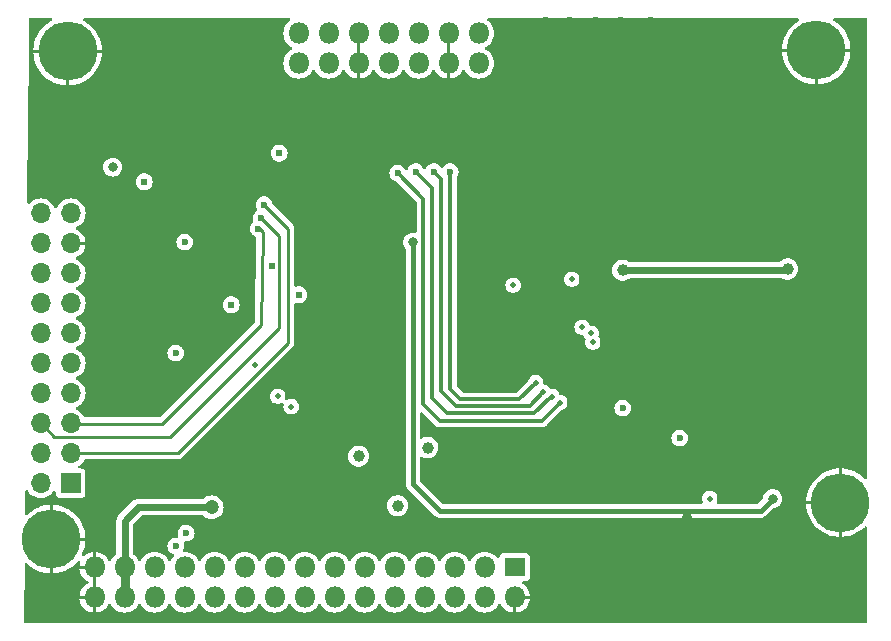
<source format=gbr>
%TF.GenerationSoftware,KiCad,Pcbnew,8.0.6*%
%TF.CreationDate,2024-11-23T19:50:46+06:00*%
%TF.ProjectId,sicomm_slaveboard_BK4819_v2,7369636f-6d6d-45f7-936c-617665626f61,rev?*%
%TF.SameCoordinates,Original*%
%TF.FileFunction,Copper,L3,Inr*%
%TF.FilePolarity,Positive*%
%FSLAX46Y46*%
G04 Gerber Fmt 4.6, Leading zero omitted, Abs format (unit mm)*
G04 Created by KiCad (PCBNEW 8.0.6) date 2024-11-23 19:50:46*
%MOMM*%
%LPD*%
G01*
G04 APERTURE LIST*
%TA.AperFunction,ComponentPad*%
%ADD10O,1.800000X1.800000*%
%TD*%
%TA.AperFunction,ComponentPad*%
%ADD11O,1.700000X1.700000*%
%TD*%
%TA.AperFunction,ComponentPad*%
%ADD12R,1.700000X1.700000*%
%TD*%
%TA.AperFunction,ComponentPad*%
%ADD13R,1.800000X1.574800*%
%TD*%
%TA.AperFunction,ComponentPad*%
%ADD14O,5.000000X5.000000*%
%TD*%
%TA.AperFunction,ViaPad*%
%ADD15C,0.600000*%
%TD*%
%TA.AperFunction,ViaPad*%
%ADD16C,0.500000*%
%TD*%
%TA.AperFunction,ViaPad*%
%ADD17C,1.200000*%
%TD*%
%TA.AperFunction,ViaPad*%
%ADD18C,1.000000*%
%TD*%
%TA.AperFunction,ViaPad*%
%ADD19C,0.800000*%
%TD*%
%TA.AperFunction,ViaPad*%
%ADD20C,0.620000*%
%TD*%
%TA.AperFunction,Conductor*%
%ADD21C,0.400000*%
%TD*%
%TA.AperFunction,Conductor*%
%ADD22C,0.250000*%
%TD*%
%TA.AperFunction,Conductor*%
%ADD23C,0.800000*%
%TD*%
%TA.AperFunction,Conductor*%
%ADD24C,0.600000*%
%TD*%
%TA.AperFunction,Conductor*%
%ADD25C,0.300000*%
%TD*%
%TA.AperFunction,Conductor*%
%ADD26C,0.500000*%
%TD*%
G04 APERTURE END LIST*
D10*
%TO.N,N/C*%
%TO.C,JP3*%
X13333200Y12481100D03*
X13333200Y15021100D03*
%TO.N,MODR*%
X15873200Y12481100D03*
%TO.N,N/C*%
X15873200Y15021100D03*
%TO.N,GND*%
X18413200Y12481100D03*
X18413200Y15021100D03*
%TO.N,LINP*%
X20953200Y12481100D03*
%TO.N,LINN*%
X20953200Y15021100D03*
%TO.N,RINN*%
X23493200Y12481100D03*
%TO.N,RINP*%
X23493200Y15021100D03*
%TO.N,GND*%
X26033200Y12481100D03*
X26033200Y15021100D03*
%TO.N,N/C*%
X28573200Y12481100D03*
X28573200Y15021100D03*
%TD*%
D11*
%TO.N,PE4259_CTL_LMX_CE*%
%TO.C,JP2*%
X-8510800Y-218900D03*
%TO.N,N/C*%
X-5970800Y-218900D03*
X-8510800Y-2758900D03*
%TO.N,GND*%
X-5970800Y-2758900D03*
%TO.N,N/C*%
X-8510800Y-5298900D03*
X-5970800Y-5298900D03*
%TO.N,R28_1*%
X-8510800Y-7838900D03*
%TO.N,N/C*%
X-5970800Y-7838900D03*
%TO.N,MSPI_MOSI*%
X-8510800Y-10378900D03*
%TO.N,R26_2*%
X-5970800Y-10378900D03*
%TO.N,MSPI_MISO*%
X-8510800Y-12918900D03*
%TO.N,MSPI_SCLK*%
X-5970800Y-12918900D03*
%TO.N,MSPI_CS1*%
X-8510800Y-15458900D03*
%TO.N,N/C*%
X-5970800Y-15458900D03*
%TO.N,LD_SPI3_CS*%
X-8510800Y-17998900D03*
%TO.N,SPI3_SCK*%
X-5970800Y-17998900D03*
%TO.N,N/C*%
X-8510800Y-20538900D03*
%TO.N,SPI3_MOSI*%
X-5970800Y-20538900D03*
%TO.N,TX_PDN*%
X-8510800Y-23078900D03*
D12*
%TO.N,RX_PDN*%
X-5970800Y-23078700D03*
%TD*%
D10*
%TO.N,GND*%
%TO.C,JP1*%
X-3938800Y-32730900D03*
X-3938800Y-30190900D03*
%TO.N,VBAT*%
X-1398800Y-32730900D03*
X-1398800Y-30190900D03*
%TO.N,N/C*%
X1141200Y-32730900D03*
X1141200Y-30190900D03*
X3681200Y-32730900D03*
X3681200Y-30190900D03*
X6221200Y-32730900D03*
X6221200Y-30190900D03*
X8761200Y-32730900D03*
X8761200Y-30190900D03*
X11301200Y-32730900D03*
X11301200Y-30190900D03*
X13841200Y-32730900D03*
X13841200Y-30190900D03*
X16381200Y-32730900D03*
X16381200Y-30190900D03*
X18921200Y-32730900D03*
X18921200Y-30190900D03*
X21461200Y-32730900D03*
X21461200Y-30190900D03*
X24001200Y-32730900D03*
X24001200Y-30190900D03*
X26541200Y-32730900D03*
X26541200Y-30190900D03*
X29081200Y-32730900D03*
X29081200Y-30190900D03*
%TO.N,GND*%
X31621200Y-32730900D03*
D13*
%TO.N,R27_2*%
X31621200Y-30190700D03*
%TD*%
D14*
%TO.N,GND*%
%TO.C,Pad_gge111627*%
X-6223000Y13499100D03*
%TD*%
%TO.N,GND*%
%TO.C,Pad_gge189569*%
X57150000Y13589000D03*
%TD*%
%TO.N,GND*%
%TO.C,Pad_gge290440*%
X59182000Y-24727900D03*
%TD*%
%TO.N,GND*%
%TO.C,Pad_gge303765*%
X-7620000Y-27813000D03*
%TD*%
D15*
%TO.N,GND*%
X2451636Y2158100D03*
D16*
X31623000Y-12154900D03*
X31623000Y-11265900D03*
X31623000Y-10376900D03*
X31623000Y-9487900D03*
X31623000Y-8598900D03*
X33147000Y-8598900D03*
X33147000Y-9487900D03*
X33147000Y-10376900D03*
X33147000Y-11265900D03*
X33147000Y-12154900D03*
X34544000Y-12154900D03*
X34544000Y-11265900D03*
X34544000Y-10376900D03*
X34544000Y-9487900D03*
X34544000Y-8598900D03*
%TO.N,U23_36*%
X33401000Y-14567900D03*
%TO.N,U23_37*%
X34036000Y-15367000D03*
%TO.N,U23_38*%
X34798000Y-15748000D03*
%TO.N,U23_39*%
X35433000Y-16256000D03*
D15*
%TO.N,U23_36*%
X26162000Y3302000D03*
%TO.N,U23_37*%
X24765000Y3302000D03*
%TO.N,U23_38*%
X23241000Y3302000D03*
%TO.N,U23_39*%
X21717000Y3175000D03*
D16*
%TO.N,VCC_LO*%
X31496000Y-6312900D03*
%TO.N,MSPI_CS1*%
X12700000Y-16599900D03*
%TO.N,MSPI_MISO*%
X11557000Y-15710900D03*
%TO.N,MSPI_SCLK*%
X9652000Y-13043900D03*
D17*
%TO.N,VBAT*%
X5969000Y-25108900D03*
D18*
%TO.N,A3V3_3811*%
X21717000Y-24981900D03*
X24257000Y-20066000D03*
D16*
%TO.N,VCC_LO*%
X36449000Y-5804900D03*
D15*
%TO.N,U44_8*%
X2921000Y-28410900D03*
D16*
X48133000Y-24384000D03*
D15*
%TO.N,U44_5*%
X3810000Y-27305000D03*
X45593000Y-19266900D03*
D18*
%TO.N,A3V3_3811*%
X40767000Y-5042900D03*
X54737000Y-4953000D03*
%TO.N,A3V3_4819*%
X18415000Y-20790900D03*
D19*
%TO.N,MODR*%
X-2413000Y3683000D03*
D16*
%TO.N,VCC_RXIF*%
X38227000Y-11138900D03*
%TO.N,VCC_LNA*%
X38100000Y-10376900D03*
%TO.N,VCC_RF*%
X37338000Y-9868900D03*
D15*
%TO.N,GND*%
X56261000Y-28283900D03*
X54737000Y-28283900D03*
D18*
X52400000Y-27902900D03*
D15*
X56388000Y-32728900D03*
X54991000Y-32728900D03*
X53721000Y-32855900D03*
X50927000Y-27902900D03*
X49530000Y-27902900D03*
X47879000Y-27902900D03*
D18*
X45800000Y-27648900D03*
X46228000Y-26101000D03*
D15*
X50673000Y-23584900D03*
X49657000Y-26543000D03*
X52197000Y-26543000D03*
X55372000Y-24727900D03*
X56007000Y-26543000D03*
X54356000Y-26543000D03*
X52324000Y-32982900D03*
X50927000Y-32982900D03*
X49911000Y-33871900D03*
X48260000Y-33871900D03*
X46736000Y-33871900D03*
X44831000Y-33871900D03*
X34163000Y-33655000D03*
X39624000Y-26924000D03*
X34290000Y-31623000D03*
X34163000Y-29718000D03*
X34290000Y-27940000D03*
X42926000Y-20320000D03*
X44450000Y-20320000D03*
X45974000Y-20320000D03*
X61214000Y-21336000D03*
X61087000Y-19177000D03*
X61087000Y-16980900D03*
X61087000Y-14605000D03*
X61087000Y-12700000D03*
X61087000Y-10414000D03*
X60960000Y-8255000D03*
X61087000Y-6096000D03*
X61214000Y-3937000D03*
X57531000Y-15075900D03*
X57531000Y-13932900D03*
X57785000Y-12573000D03*
X57785000Y-11176000D03*
X57785000Y-9652000D03*
X57658000Y-7366000D03*
X57658000Y-5969000D03*
X53975000Y-1905000D03*
X52070000Y-1905000D03*
X44196000Y-1740900D03*
X41656000Y-1740900D03*
X39878000Y-1740900D03*
X55372000Y-15456900D03*
X55626000Y-14059900D03*
X51181000Y-7874000D03*
X49657000Y-7874000D03*
X47371000Y-7874000D03*
X45974000Y-6985000D03*
X54737000Y-3429000D03*
X52705000Y-3556000D03*
X50673000Y-3556000D03*
X48768000Y-3683000D03*
X41910000Y-11011900D03*
X41910000Y-12700000D03*
X41783000Y-14097000D03*
X41656000Y-15583900D03*
X49276000Y-18123900D03*
X50292000Y-13297900D03*
X50292000Y-12154900D03*
X48514000Y-12154900D03*
X46863000Y-12408900D03*
X44704000Y-12281900D03*
X43307000Y-14097000D03*
X45974000Y-15456900D03*
X49657000Y-15494000D03*
X47371000Y-14859000D03*
X45085000Y-13932900D03*
X48260000Y-13932900D03*
X35052000Y-17907000D03*
X39116000Y-15964900D03*
X38227000Y-16764000D03*
X37338000Y-17488900D03*
X36195000Y-18415000D03*
X35179000Y-19431000D03*
X25654000Y-21044900D03*
X25654000Y-19304000D03*
X27178000Y-19177000D03*
X29464000Y-19050000D03*
X29083000Y-8852900D03*
X27559000Y-8852900D03*
X19050000Y-11049000D03*
X17653000Y-12446000D03*
X16002000Y-13043900D03*
X14732000Y-11900900D03*
X13970000Y-10795000D03*
X-1651000Y-15329900D03*
X3302000Y-22225000D03*
X5969000Y-23114000D03*
X7239000Y-21463000D03*
X10160000Y-22733000D03*
X8382000Y-19558000D03*
X10160000Y-19939000D03*
X11938000Y-20155900D03*
X14097000Y-20028900D03*
X16129000Y-19812000D03*
X12192000Y-22695900D03*
X13716000Y-22695900D03*
X19304000Y-15964900D03*
X17399000Y-10376900D03*
X16256000Y-9017000D03*
X15748000Y-10249900D03*
X27305000Y-5423900D03*
X28448000Y-4445000D03*
X29845000Y-4407900D03*
X29845000Y-5804900D03*
X27940000Y-6947900D03*
X28575000Y-851900D03*
X27178000Y-851900D03*
X17272000Y8546100D03*
X17145000Y6895100D03*
X16891000Y4990100D03*
X17145000Y2704100D03*
X30607000Y-20409900D03*
X33147000Y-19266900D03*
X53340000Y16039100D03*
X49784000Y16039100D03*
X46609000Y9689100D03*
X43180000Y16166100D03*
X46228000Y16039100D03*
X40640000Y16166100D03*
X38481000Y16166100D03*
X36322000Y16166100D03*
X34290000Y16166100D03*
X28956000Y6477000D03*
X30353000Y5207000D03*
X28702000Y2921000D03*
X28575000Y1270000D03*
X39243000Y799100D03*
X41529000Y1942100D03*
X49784000Y2794000D03*
X47752000Y2286000D03*
X59944000Y15912100D03*
X381000Y14261100D03*
X4699000Y14515100D03*
X8509000Y15023100D03*
X-7366000Y9562100D03*
X-8255000Y7403100D03*
X-8890000Y4609100D03*
X-8128000Y-32347900D03*
X-6477000Y-33363900D03*
X35687000Y127000D03*
X39751000Y5334000D03*
X41529000Y3847100D03*
X44196000Y3339100D03*
X45847000Y381000D03*
X762000Y11049000D03*
X3302000Y11811000D03*
X6096000Y11938000D03*
X8509000Y11938000D03*
X10795000Y11938000D03*
X-5334000Y1561100D03*
X-1270000Y-10541000D03*
X38989000Y3175000D03*
X36195000Y1524000D03*
X41529000Y-3556000D03*
X39243000Y-3645900D03*
X51562000Y-21552900D03*
D19*
X59182000Y-19177000D03*
D16*
X49784000Y-21552900D03*
D20*
%TO.N,A3V3_4819*%
X7620000Y-7963900D03*
%TO.N,BK4819_18*%
X11049000Y-4661900D03*
%TO.N,PE4259_CTL_LMX_CE*%
X11684000Y4863100D03*
D15*
%TO.N,SPI3_MOSI*%
X10414000Y508000D03*
%TO.N,LD_SPI3_CS*%
X10160000Y-635000D03*
%TO.N,SPI3_SCK*%
X9906000Y-1524000D03*
%TO.N,A3V3_4819*%
X3683000Y-2667000D03*
D20*
X254000Y2450100D03*
D15*
%TO.N,GND*%
X-1524000Y12827000D03*
X-3048000Y11303000D03*
X-4953000Y9017000D03*
X16891000Y10287000D03*
X14859000Y9017000D03*
X12319000Y8890000D03*
X9779000Y8890000D03*
X6858000Y9054100D03*
X4318000Y8927100D03*
X1270000Y6006100D03*
X4191000Y6133100D03*
X7366000Y6133100D03*
X11303000Y6387100D03*
X14859000Y6133100D03*
X13081000Y3085100D03*
X11049000Y3810000D03*
X13589000Y-381000D03*
X889000Y3847100D03*
X508000Y-10287000D03*
X3175000Y-10287000D03*
X1905000Y-8471900D03*
X762000Y-6350000D03*
X-1270000Y-8344900D03*
D20*
%TO.N,A3V3_4819*%
X13335000Y-7112000D03*
D15*
%TO.N,GND*%
X39751000Y-31458900D03*
X32258000Y6006100D03*
X61087000Y-33363900D03*
X59436000Y-33363900D03*
X57785000Y-33363900D03*
X57912000Y-28283900D03*
X59563000Y-28283900D03*
X61214000Y-28283900D03*
X43307000Y-33998900D03*
X41656000Y-33871900D03*
X40640000Y-32728900D03*
X39624000Y-29807900D03*
X39624000Y-28410900D03*
X57404000Y-3429000D03*
X56134000Y-1905000D03*
D16*
X7620000Y-4027200D03*
X7620000Y-3010900D03*
X8636000Y-3010900D03*
X8636000Y-4026900D03*
X8636000Y-5042900D03*
X7620000Y-5042900D03*
X6604000Y-3010900D03*
X6604000Y-4027200D03*
X6604000Y-5042900D03*
D15*
%TO.N,A3V3_3811*%
X40767000Y-16726900D03*
%TO.N,MSPI_MOSI*%
X2921000Y-12065000D03*
D19*
%TO.N,C103_1*%
X22987000Y-2667000D03*
X53467000Y-24384000D03*
D15*
%TO.N,GND*%
X14859000Y0D03*
X17526000Y-4318000D03*
X19812000Y-3937000D03*
X20955000Y-4064000D03*
X2413000Y1143000D03*
X54229000Y-7747000D03*
X13843000Y-9398000D03*
X17399000Y-8763000D03*
X27940000Y-14986000D03*
X28829000Y-14097000D03*
D19*
X8001000Y-26289000D03*
D15*
X254000Y-26162000D03*
X34417000Y1651000D03*
D19*
X31496000Y1524000D03*
D15*
X31496000Y3175000D03*
X35814000Y-26797000D03*
X37846000Y-26797000D03*
X40132000Y-22860000D03*
X41148000Y-21336000D03*
X59563000Y-2042000D03*
X60960000Y-2032000D03*
X58039000Y-2032000D03*
X58166000Y3048000D03*
X59690000Y3038000D03*
X61087000Y3048000D03*
X50038000Y-1778000D03*
X47752000Y-1905000D03*
X46482000Y-3683000D03*
X56388000Y2794000D03*
X53975000Y2794000D03*
X51816000Y2794000D03*
X37719000Y-2540000D03*
X43815000Y-3556000D03*
X51181000Y-6223000D03*
X49530000Y-6223000D03*
X47371000Y-6223000D03*
X44196000Y-7366000D03*
X51689000Y-14478000D03*
X51562000Y-16129000D03*
X51562000Y-17653000D03*
X51562000Y-19050000D03*
X48133000Y-16383000D03*
X46355000Y-17780000D03*
X44069000Y-16002000D03*
X37719000Y-1016000D03*
X37338000Y508000D03*
X28956000Y9017000D03*
X29083000Y10668000D03*
X27178000Y889000D03*
X27305000Y2667000D03*
X27305000Y4699000D03*
X27305000Y6604000D03*
X27178000Y8636000D03*
D17*
X27178000Y10541000D03*
D15*
X19304000Y9652000D03*
X19939000Y7366000D03*
X19812000Y4699000D03*
X20193000Y2921000D03*
X18796000Y2159000D03*
X17145000Y1270000D03*
X14605000Y1905000D03*
D18*
X-500000Y-6000000D03*
D15*
X-2159000Y-5715000D03*
X-3175000Y-4826000D03*
X-3937000Y-3556000D03*
X-3937000Y-2159000D03*
X-3937000Y-381000D03*
X-4064000Y1651000D03*
X-4064000Y3683000D03*
X-3556000Y6477000D03*
X-1905000Y8001000D03*
X-635000Y9271000D03*
X4699000Y127000D03*
X2507488Y3758100D03*
X3683000Y1778000D03*
X5588000Y1778000D03*
X7493000Y1651000D03*
X9144000Y1651000D03*
X21844000Y-8128000D03*
X21844000Y-6477000D03*
X25527000Y-23876000D03*
X27178000Y-23876000D03*
X29083000Y-23876000D03*
X30988000Y-23495000D03*
X32512000Y-22098000D03*
X33782000Y-20828000D03*
X28321000Y-22098000D03*
X28575000Y-20701000D03*
X20447000Y-14986000D03*
X21590000Y-13716000D03*
X22098000Y-15113000D03*
X21971000Y-17018000D03*
X21971000Y-18796000D03*
X21971000Y-20828000D03*
X21971000Y-22733000D03*
X4699000Y-11557000D03*
X508000Y-12319000D03*
X508000Y-15367000D03*
X2794000Y-15367000D03*
X-3429000Y-15367000D03*
X5080000Y-20574000D03*
X6858000Y-18288000D03*
X35433000Y10922000D03*
X37973000Y10795000D03*
X41021000Y10668000D03*
X46355000Y12065000D03*
X53594000Y9398000D03*
X48387000Y7112000D03*
X41529000Y7747000D03*
X36068000Y8128000D03*
X37084000Y12827000D03*
X42926000Y13462000D03*
X49784000Y13462000D03*
X51435000Y11176000D03*
X51689000Y5969000D03*
X50292000Y9525000D03*
X32385000Y12954000D03*
X32004000Y9906000D03*
X31242000Y8128000D03*
X47117000Y4699000D03*
X38354000Y6604000D03*
X36322000Y4572000D03*
X54737000Y5842000D03*
X56896000Y9779000D03*
X55372000Y-22987000D03*
X55372000Y-21336000D03*
X57277000Y-20447000D03*
X42672000Y508000D03*
X44450000Y7366000D03*
X2032000Y-26289000D03*
X20447000Y-9525000D03*
X12446000Y-13335000D03*
X13716000Y-15113000D03*
X8382000Y-9652000D03*
X7366000Y-10668000D03*
X6350000Y-12065000D03*
X9398000Y-15621000D03*
X3302000Y-7747000D03*
X5461000Y-9398000D03*
X2667000Y-6223000D03*
X36830000Y-29718000D03*
X36957000Y-32004000D03*
X37084000Y-34290000D03*
X19939000Y-7620000D03*
%TD*%
D21*
%TO.N,C103_1*%
X22987000Y-2667000D02*
X22987000Y-23115000D01*
X22987000Y-23115000D02*
X25273000Y-25401000D01*
X25273000Y-25401000D02*
X52450000Y-25401000D01*
X52450000Y-25401000D02*
X53467000Y-24384000D01*
D22*
%TO.N,SPI3_SCK*%
X9144000Y-10668000D02*
X1778000Y-18034000D01*
X1778000Y-18034000D02*
X-5935700Y-18034000D01*
X-5935700Y-18034000D02*
X-5970800Y-17998900D01*
D23*
%TO.N,VBAT*%
X-1398900Y-32730800D02*
X-1398900Y-30190800D01*
D24*
X5969000Y-25108900D02*
X-253900Y-25108900D01*
X-253900Y-25108900D02*
X-1398900Y-26253800D01*
X-1398900Y-26253800D02*
X-1398900Y-30190800D01*
%TO.N,A3V3_3811*%
X40767000Y-5042900D02*
X54647100Y-5042900D01*
X54647100Y-5042900D02*
X54737000Y-4953000D01*
D25*
%TO.N,U23_37*%
X34036000Y-15368000D02*
X32893000Y-16511000D01*
X32893000Y-16511000D02*
X26670000Y-16511000D01*
X26670000Y-16511000D02*
X25400000Y-15241000D01*
X25400000Y-15241000D02*
X25400000Y2666000D01*
X25400000Y2666000D02*
X24765000Y3301000D01*
%TO.N,U23_39*%
X35433000Y-16257000D02*
X33909000Y-17781000D01*
X33909000Y-17781000D02*
X25273000Y-17781000D01*
X25273000Y-17781000D02*
X23876000Y-16384000D01*
X23876000Y-16384000D02*
X23876000Y1015000D01*
X23876000Y1015000D02*
X21717000Y3174000D01*
%TO.N,U23_38*%
X34798000Y-15748000D02*
X34671000Y-15748000D01*
X34671000Y-15748000D02*
X33274000Y-17145000D01*
X33274000Y-17145000D02*
X25908000Y-17145000D01*
X25908000Y-17145000D02*
X24638000Y-15875000D01*
X24638000Y-15875000D02*
X24638000Y1905000D01*
X24638000Y1905000D02*
X23241000Y3302000D01*
%TO.N,U23_36*%
X33401000Y-14567900D02*
X32004000Y-15964900D01*
X32004000Y-15964900D02*
X27013900Y-15964900D01*
X27013900Y-15964900D02*
X26162000Y-15113000D01*
X26162000Y-15113000D02*
X26162000Y3302000D01*
D22*
%TO.N,SPI3_MOSI*%
X10414000Y508000D02*
X12446000Y-1524000D01*
X12446000Y-1524000D02*
X12446000Y-11176000D01*
X12446000Y-11176000D02*
X3083100Y-20539000D01*
X3083100Y-20539000D02*
X-5970700Y-20539000D01*
%TO.N,SPI3_SCK*%
X9906000Y-1524000D02*
X10033000Y-1524000D01*
X10033000Y-1524000D02*
X10287000Y-1778000D01*
X10287000Y-1778000D02*
X10160000Y-9652000D01*
X10160000Y-9652000D02*
X9144000Y-10668000D01*
%TO.N,LD_SPI3_CS*%
X10160000Y-635000D02*
X10160000Y-635000D01*
X10160000Y-635000D02*
X11684000Y-2159000D01*
X11684000Y-2159000D02*
X11684000Y-9906000D01*
X11684000Y-9906000D02*
X2413000Y-19177000D01*
X2413000Y-19177000D02*
X-7366000Y-19177000D01*
X-7366000Y-19177000D02*
X-7366000Y-19143700D01*
X-7366000Y-19143700D02*
X-8510700Y-17999000D01*
D26*
%TO.N,VBAT*%
X5969000Y-25108900D02*
X5842000Y-25235900D01*
%TD*%
%TA.AperFunction,Conductor*%
%TO.N,GND*%
G36*
X61420121Y16280598D02*
G01*
X61466614Y16226942D01*
X61478000Y16174600D01*
X61478000Y-22618294D01*
X61457998Y-22686415D01*
X61404342Y-22732908D01*
X61334068Y-22743012D01*
X61269488Y-22713518D01*
X61260351Y-22704761D01*
X61175536Y-22614864D01*
X61175530Y-22614858D01*
X60916758Y-22397721D01*
X60916754Y-22397718D01*
X60634515Y-22212087D01*
X60332613Y-22060466D01*
X60332608Y-22060464D01*
X60015176Y-21944928D01*
X60015167Y-21944926D01*
X59686456Y-21867020D01*
X59686446Y-21867018D01*
X59350915Y-21827800D01*
X59309000Y-21827800D01*
X59309000Y-23229317D01*
X59300053Y-23227900D01*
X59063947Y-23227900D01*
X59055000Y-23229317D01*
X59055000Y-21827800D01*
X59013085Y-21827800D01*
X58677553Y-21867018D01*
X58677543Y-21867020D01*
X58348832Y-21944926D01*
X58348823Y-21944928D01*
X58031391Y-22060464D01*
X58031386Y-22060466D01*
X57729484Y-22212087D01*
X57447245Y-22397718D01*
X57447241Y-22397721D01*
X57188469Y-22614858D01*
X57188463Y-22614864D01*
X56956630Y-22860590D01*
X56754898Y-23131563D01*
X56754888Y-23131579D01*
X56585985Y-23424129D01*
X56585982Y-23424134D01*
X56452182Y-23734319D01*
X56452180Y-23734323D01*
X56355290Y-24057957D01*
X56355290Y-24057958D01*
X56296628Y-24390649D01*
X56296627Y-24390658D01*
X56284382Y-24600899D01*
X56284382Y-24600900D01*
X57683417Y-24600900D01*
X57682000Y-24609847D01*
X57682000Y-24845953D01*
X57683417Y-24854900D01*
X56284382Y-24854900D01*
X56296627Y-25065141D01*
X56296628Y-25065150D01*
X56355290Y-25397841D01*
X56355290Y-25397842D01*
X56452180Y-25721476D01*
X56452179Y-25721476D01*
X56585982Y-26031665D01*
X56585985Y-26031670D01*
X56754888Y-26324220D01*
X56754898Y-26324236D01*
X56956630Y-26595209D01*
X57188463Y-26840935D01*
X57188469Y-26840941D01*
X57447241Y-27058078D01*
X57447245Y-27058081D01*
X57729484Y-27243712D01*
X58031386Y-27395333D01*
X58031391Y-27395335D01*
X58348823Y-27510871D01*
X58348832Y-27510873D01*
X58677543Y-27588779D01*
X58677553Y-27588781D01*
X59013085Y-27628000D01*
X59055000Y-27628000D01*
X59055000Y-26226482D01*
X59063947Y-26227900D01*
X59300053Y-26227900D01*
X59309000Y-26226482D01*
X59309000Y-27628000D01*
X59350915Y-27628000D01*
X59686446Y-27588781D01*
X59686456Y-27588779D01*
X60015167Y-27510873D01*
X60015176Y-27510871D01*
X60332608Y-27395335D01*
X60332613Y-27395333D01*
X60634515Y-27243712D01*
X60916754Y-27058081D01*
X60916758Y-27058078D01*
X61175530Y-26840941D01*
X61175545Y-26840927D01*
X61260351Y-26751039D01*
X61321647Y-26715216D01*
X61392580Y-26718219D01*
X61450629Y-26759094D01*
X61477364Y-26824865D01*
X61478000Y-26837505D01*
X61478000Y-34769400D01*
X61457998Y-34837521D01*
X61404342Y-34884014D01*
X61352000Y-34895400D01*
X-9782933Y-34895400D01*
X-9851054Y-34875398D01*
X-9897547Y-34821742D01*
X-9908930Y-34768485D01*
X-9905397Y-34281953D01*
X-9874051Y-29966143D01*
X-9853555Y-29898176D01*
X-9799564Y-29852074D01*
X-9729218Y-29842481D01*
X-9664853Y-29872442D01*
X-9656407Y-29880598D01*
X-9613547Y-29926026D01*
X-9613531Y-29926041D01*
X-9354759Y-30143178D01*
X-9354755Y-30143181D01*
X-9072516Y-30328812D01*
X-8770614Y-30480433D01*
X-8770609Y-30480435D01*
X-8453177Y-30595971D01*
X-8453168Y-30595973D01*
X-8124457Y-30673879D01*
X-8124447Y-30673881D01*
X-7788915Y-30713100D01*
X-7747000Y-30713100D01*
X-7747000Y-29311582D01*
X-7738053Y-29313000D01*
X-7501947Y-29313000D01*
X-7493000Y-29311582D01*
X-7493000Y-30713100D01*
X-7451085Y-30713100D01*
X-7115554Y-30673881D01*
X-7115544Y-30673879D01*
X-6786833Y-30595973D01*
X-6786824Y-30595971D01*
X-6469392Y-30480435D01*
X-6469387Y-30480433D01*
X-6167485Y-30328812D01*
X-5885246Y-30143181D01*
X-5885242Y-30143178D01*
X-5626470Y-29926041D01*
X-5626464Y-29926035D01*
X-5392651Y-29678210D01*
X-5331355Y-29642388D01*
X-5260422Y-29645391D01*
X-5202373Y-29686266D01*
X-5175638Y-29752037D01*
X-5179295Y-29797288D01*
X-5224039Y-29964276D01*
X-5224040Y-29964283D01*
X-5232756Y-30063899D01*
X-5232756Y-30063900D01*
X-4422408Y-30063900D01*
X-4438800Y-30125074D01*
X-4438800Y-30256726D01*
X-4422408Y-30317900D01*
X-5232756Y-30317900D01*
X-5224040Y-30417516D01*
X-5224039Y-30417523D01*
X-5165162Y-30637256D01*
X-5165160Y-30637261D01*
X-5069019Y-30843436D01*
X-4938546Y-31029771D01*
X-4938537Y-31029782D01*
X-4777683Y-31190636D01*
X-4777672Y-31190645D01*
X-4591337Y-31321118D01*
X-4591333Y-31321120D01*
X-4536466Y-31346706D01*
X-4483181Y-31393623D01*
X-4463721Y-31461901D01*
X-4484263Y-31529860D01*
X-4536466Y-31575094D01*
X-4591333Y-31600679D01*
X-4591337Y-31600681D01*
X-4777672Y-31731154D01*
X-4777683Y-31731163D01*
X-4938537Y-31892017D01*
X-4938546Y-31892028D01*
X-5069019Y-32078363D01*
X-5165160Y-32284538D01*
X-5165162Y-32284543D01*
X-5224039Y-32504276D01*
X-5224040Y-32504283D01*
X-5232756Y-32603899D01*
X-5232756Y-32603900D01*
X-4422408Y-32603900D01*
X-4438800Y-32665074D01*
X-4438800Y-32796726D01*
X-4422408Y-32857900D01*
X-5232756Y-32857900D01*
X-5224040Y-32957516D01*
X-5224039Y-32957523D01*
X-5165162Y-33177256D01*
X-5165160Y-33177261D01*
X-5069019Y-33383436D01*
X-4938546Y-33569771D01*
X-4938537Y-33569782D01*
X-4777683Y-33730636D01*
X-4777672Y-33730645D01*
X-4591337Y-33861118D01*
X-4591338Y-33861118D01*
X-4385162Y-33957259D01*
X-4385157Y-33957261D01*
X-4165427Y-34016138D01*
X-4065800Y-34024853D01*
X-4065800Y-33214508D01*
X-4004626Y-33230900D01*
X-3872974Y-33230900D01*
X-3811800Y-33214508D01*
X-3811800Y-34024852D01*
X-3712174Y-34016138D01*
X-3492444Y-33957261D01*
X-3492439Y-33957259D01*
X-3286264Y-33861118D01*
X-3099929Y-33730645D01*
X-3099918Y-33730636D01*
X-2939064Y-33569782D01*
X-2939055Y-33569771D01*
X-2808582Y-33383436D01*
X-2808580Y-33383433D01*
X-2783272Y-33329159D01*
X-2736356Y-33275874D01*
X-2668079Y-33256412D01*
X-2600119Y-33276953D01*
X-2554883Y-33329156D01*
X-2529456Y-33383683D01*
X-2399148Y-33569782D01*
X-2398923Y-33570103D01*
X-2238003Y-33731023D01*
X-2051584Y-33861555D01*
X-1845331Y-33957733D01*
X-1671960Y-34004187D01*
X-1627358Y-34016138D01*
X-1625510Y-34016633D01*
X-1398800Y-34036468D01*
X-1172090Y-34016633D01*
X-952269Y-33957733D01*
X-746016Y-33861555D01*
X-559597Y-33731023D01*
X-398677Y-33570103D01*
X-268145Y-33383684D01*
X-242995Y-33329749D01*
X-196077Y-33276465D01*
X-127800Y-33257004D01*
X-59840Y-33277546D01*
X-14605Y-33329750D01*
X10545Y-33383684D01*
X140844Y-33569771D01*
X141077Y-33570103D01*
X301997Y-33731023D01*
X488416Y-33861555D01*
X694669Y-33957733D01*
X868040Y-34004187D01*
X912642Y-34016138D01*
X914490Y-34016633D01*
X1141200Y-34036468D01*
X1367910Y-34016633D01*
X1587731Y-33957733D01*
X1793984Y-33861555D01*
X1980403Y-33731023D01*
X2141323Y-33570103D01*
X2271855Y-33383684D01*
X2297005Y-33329749D01*
X2343923Y-33276465D01*
X2412200Y-33257004D01*
X2480160Y-33277546D01*
X2525395Y-33329750D01*
X2550545Y-33383684D01*
X2680844Y-33569771D01*
X2681077Y-33570103D01*
X2841997Y-33731023D01*
X3028416Y-33861555D01*
X3234669Y-33957733D01*
X3408040Y-34004187D01*
X3452642Y-34016138D01*
X3454490Y-34016633D01*
X3681200Y-34036468D01*
X3907910Y-34016633D01*
X4127731Y-33957733D01*
X4333984Y-33861555D01*
X4520403Y-33731023D01*
X4681323Y-33570103D01*
X4811855Y-33383684D01*
X4837005Y-33329749D01*
X4883923Y-33276465D01*
X4952200Y-33257004D01*
X5020160Y-33277546D01*
X5065395Y-33329750D01*
X5090545Y-33383684D01*
X5220844Y-33569771D01*
X5221077Y-33570103D01*
X5381997Y-33731023D01*
X5568416Y-33861555D01*
X5774669Y-33957733D01*
X5948040Y-34004187D01*
X5992642Y-34016138D01*
X5994490Y-34016633D01*
X6221200Y-34036468D01*
X6447910Y-34016633D01*
X6667731Y-33957733D01*
X6873984Y-33861555D01*
X7060403Y-33731023D01*
X7221323Y-33570103D01*
X7351855Y-33383684D01*
X7377005Y-33329749D01*
X7423923Y-33276465D01*
X7492200Y-33257004D01*
X7560160Y-33277546D01*
X7605395Y-33329750D01*
X7630545Y-33383684D01*
X7760844Y-33569771D01*
X7761077Y-33570103D01*
X7921997Y-33731023D01*
X8108416Y-33861555D01*
X8314669Y-33957733D01*
X8488040Y-34004187D01*
X8532642Y-34016138D01*
X8534490Y-34016633D01*
X8761200Y-34036468D01*
X8987910Y-34016633D01*
X9207731Y-33957733D01*
X9413984Y-33861555D01*
X9600403Y-33731023D01*
X9761323Y-33570103D01*
X9891855Y-33383684D01*
X9917005Y-33329749D01*
X9963923Y-33276465D01*
X10032200Y-33257004D01*
X10100160Y-33277546D01*
X10145395Y-33329750D01*
X10170545Y-33383684D01*
X10300844Y-33569771D01*
X10301077Y-33570103D01*
X10461997Y-33731023D01*
X10648416Y-33861555D01*
X10854669Y-33957733D01*
X11028040Y-34004187D01*
X11072642Y-34016138D01*
X11074490Y-34016633D01*
X11301200Y-34036468D01*
X11527910Y-34016633D01*
X11747731Y-33957733D01*
X11953984Y-33861555D01*
X12140403Y-33731023D01*
X12301323Y-33570103D01*
X12431855Y-33383684D01*
X12457005Y-33329749D01*
X12503923Y-33276465D01*
X12572200Y-33257004D01*
X12640160Y-33277546D01*
X12685395Y-33329750D01*
X12710545Y-33383684D01*
X12840844Y-33569771D01*
X12841077Y-33570103D01*
X13001997Y-33731023D01*
X13188416Y-33861555D01*
X13394669Y-33957733D01*
X13568040Y-34004187D01*
X13612642Y-34016138D01*
X13614490Y-34016633D01*
X13841200Y-34036468D01*
X14067910Y-34016633D01*
X14287731Y-33957733D01*
X14493984Y-33861555D01*
X14680403Y-33731023D01*
X14841323Y-33570103D01*
X14971855Y-33383684D01*
X14997005Y-33329749D01*
X15043923Y-33276465D01*
X15112200Y-33257004D01*
X15180160Y-33277546D01*
X15225395Y-33329750D01*
X15250545Y-33383684D01*
X15380844Y-33569771D01*
X15381077Y-33570103D01*
X15541997Y-33731023D01*
X15728416Y-33861555D01*
X15934669Y-33957733D01*
X16108040Y-34004187D01*
X16152642Y-34016138D01*
X16154490Y-34016633D01*
X16381200Y-34036468D01*
X16607910Y-34016633D01*
X16827731Y-33957733D01*
X17033984Y-33861555D01*
X17220403Y-33731023D01*
X17381323Y-33570103D01*
X17511855Y-33383684D01*
X17537005Y-33329749D01*
X17583923Y-33276465D01*
X17652200Y-33257004D01*
X17720160Y-33277546D01*
X17765395Y-33329750D01*
X17790545Y-33383684D01*
X17920844Y-33569771D01*
X17921077Y-33570103D01*
X18081997Y-33731023D01*
X18268416Y-33861555D01*
X18474669Y-33957733D01*
X18648040Y-34004187D01*
X18692642Y-34016138D01*
X18694490Y-34016633D01*
X18921200Y-34036468D01*
X19147910Y-34016633D01*
X19367731Y-33957733D01*
X19573984Y-33861555D01*
X19760403Y-33731023D01*
X19921323Y-33570103D01*
X20051855Y-33383684D01*
X20077005Y-33329749D01*
X20123923Y-33276465D01*
X20192200Y-33257004D01*
X20260160Y-33277546D01*
X20305395Y-33329750D01*
X20330545Y-33383684D01*
X20460844Y-33569771D01*
X20461077Y-33570103D01*
X20621997Y-33731023D01*
X20808416Y-33861555D01*
X21014669Y-33957733D01*
X21188040Y-34004187D01*
X21232642Y-34016138D01*
X21234490Y-34016633D01*
X21461200Y-34036468D01*
X21687910Y-34016633D01*
X21907731Y-33957733D01*
X22113984Y-33861555D01*
X22300403Y-33731023D01*
X22461323Y-33570103D01*
X22591855Y-33383684D01*
X22617005Y-33329749D01*
X22663923Y-33276465D01*
X22732200Y-33257004D01*
X22800160Y-33277546D01*
X22845395Y-33329750D01*
X22870545Y-33383684D01*
X23000844Y-33569771D01*
X23001077Y-33570103D01*
X23161997Y-33731023D01*
X23348416Y-33861555D01*
X23554669Y-33957733D01*
X23728040Y-34004187D01*
X23772642Y-34016138D01*
X23774490Y-34016633D01*
X24001200Y-34036468D01*
X24227910Y-34016633D01*
X24447731Y-33957733D01*
X24653984Y-33861555D01*
X24840403Y-33731023D01*
X25001323Y-33570103D01*
X25131855Y-33383684D01*
X25157005Y-33329749D01*
X25203923Y-33276465D01*
X25272200Y-33257004D01*
X25340160Y-33277546D01*
X25385395Y-33329750D01*
X25410545Y-33383684D01*
X25540844Y-33569771D01*
X25541077Y-33570103D01*
X25701997Y-33731023D01*
X25888416Y-33861555D01*
X26094669Y-33957733D01*
X26268040Y-34004187D01*
X26312642Y-34016138D01*
X26314490Y-34016633D01*
X26541200Y-34036468D01*
X26767910Y-34016633D01*
X26987731Y-33957733D01*
X27193984Y-33861555D01*
X27380403Y-33731023D01*
X27541323Y-33570103D01*
X27671855Y-33383684D01*
X27697005Y-33329749D01*
X27743923Y-33276465D01*
X27812200Y-33257004D01*
X27880160Y-33277546D01*
X27925395Y-33329750D01*
X27950545Y-33383684D01*
X28080844Y-33569771D01*
X28081077Y-33570103D01*
X28241997Y-33731023D01*
X28428416Y-33861555D01*
X28634669Y-33957733D01*
X28808040Y-34004187D01*
X28852642Y-34016138D01*
X28854490Y-34016633D01*
X29081200Y-34036468D01*
X29307910Y-34016633D01*
X29527731Y-33957733D01*
X29733984Y-33861555D01*
X29920403Y-33731023D01*
X30081323Y-33570103D01*
X30211855Y-33383684D01*
X30237281Y-33329157D01*
X30284198Y-33275873D01*
X30352476Y-33256412D01*
X30420436Y-33276954D01*
X30465671Y-33329158D01*
X30490981Y-33383436D01*
X30621454Y-33569771D01*
X30621463Y-33569782D01*
X30782317Y-33730636D01*
X30782328Y-33730645D01*
X30968663Y-33861118D01*
X30968662Y-33861118D01*
X31174838Y-33957259D01*
X31174843Y-33957261D01*
X31394573Y-34016138D01*
X31494200Y-34024853D01*
X31494200Y-33214508D01*
X31555374Y-33230900D01*
X31687026Y-33230900D01*
X31748200Y-33214508D01*
X31748200Y-34024852D01*
X31847826Y-34016138D01*
X32067556Y-33957261D01*
X32067561Y-33957259D01*
X32273736Y-33861118D01*
X32460071Y-33730645D01*
X32460082Y-33730636D01*
X32620936Y-33569782D01*
X32620945Y-33569771D01*
X32751418Y-33383436D01*
X32847559Y-33177261D01*
X32847561Y-33177256D01*
X32906438Y-32957523D01*
X32906439Y-32957516D01*
X32915156Y-32857900D01*
X32104808Y-32857900D01*
X32121200Y-32796726D01*
X32121200Y-32665074D01*
X32104808Y-32603900D01*
X32915156Y-32603900D01*
X32915155Y-32603899D01*
X32906439Y-32504283D01*
X32906438Y-32504276D01*
X32847561Y-32284543D01*
X32847559Y-32284538D01*
X32751418Y-32078363D01*
X32620945Y-31892028D01*
X32620936Y-31892017D01*
X32460082Y-31731163D01*
X32460071Y-31731154D01*
X32284062Y-31607912D01*
X32239733Y-31552455D01*
X32232424Y-31481836D01*
X32264454Y-31418476D01*
X32325655Y-31382490D01*
X32356331Y-31378699D01*
X32552730Y-31378699D01*
X32646535Y-31363843D01*
X32759602Y-31306232D01*
X32849332Y-31216502D01*
X32906943Y-31103435D01*
X32921800Y-31009631D01*
X32921799Y-29371770D01*
X32906943Y-29277965D01*
X32868799Y-29203104D01*
X32849332Y-29164897D01*
X32759602Y-29075167D01*
X32683742Y-29036515D01*
X32646535Y-29017557D01*
X32552731Y-29002700D01*
X32552727Y-29002700D01*
X30689671Y-29002700D01*
X30595866Y-29017556D01*
X30482797Y-29075167D01*
X30393067Y-29164897D01*
X30335456Y-29277966D01*
X30327838Y-29326064D01*
X30297425Y-29390217D01*
X30237157Y-29427743D01*
X30166167Y-29426728D01*
X30106996Y-29387495D01*
X30100177Y-29378623D01*
X30081325Y-29351700D01*
X30081320Y-29351694D01*
X29920405Y-29190779D01*
X29920399Y-29190774D01*
X29733984Y-29060245D01*
X29527733Y-28964068D01*
X29527729Y-28964066D01*
X29307913Y-28905167D01*
X29081200Y-28885332D01*
X28854486Y-28905167D01*
X28634670Y-28964066D01*
X28634666Y-28964068D01*
X28428415Y-29060245D01*
X28242000Y-29190774D01*
X28241994Y-29190779D01*
X28081079Y-29351694D01*
X28081074Y-29351700D01*
X27950543Y-29538117D01*
X27925394Y-29592050D01*
X27878477Y-29645335D01*
X27810199Y-29664795D01*
X27742240Y-29644253D01*
X27697006Y-29592050D01*
X27671856Y-29538117D01*
X27541325Y-29351700D01*
X27541320Y-29351694D01*
X27380405Y-29190779D01*
X27380399Y-29190774D01*
X27193984Y-29060245D01*
X26987733Y-28964068D01*
X26987729Y-28964066D01*
X26767913Y-28905167D01*
X26541200Y-28885332D01*
X26314486Y-28905167D01*
X26094670Y-28964066D01*
X26094666Y-28964068D01*
X25888415Y-29060245D01*
X25702000Y-29190774D01*
X25701994Y-29190779D01*
X25541079Y-29351694D01*
X25541074Y-29351700D01*
X25410543Y-29538117D01*
X25385394Y-29592050D01*
X25338477Y-29645335D01*
X25270199Y-29664795D01*
X25202240Y-29644253D01*
X25157006Y-29592050D01*
X25131856Y-29538117D01*
X25001325Y-29351700D01*
X25001320Y-29351694D01*
X24840405Y-29190779D01*
X24840399Y-29190774D01*
X24653984Y-29060245D01*
X24447733Y-28964068D01*
X24447729Y-28964066D01*
X24227913Y-28905167D01*
X24001200Y-28885332D01*
X23774486Y-28905167D01*
X23554670Y-28964066D01*
X23554666Y-28964068D01*
X23348415Y-29060245D01*
X23162000Y-29190774D01*
X23161994Y-29190779D01*
X23001079Y-29351694D01*
X23001074Y-29351700D01*
X22870543Y-29538117D01*
X22845394Y-29592050D01*
X22798477Y-29645335D01*
X22730199Y-29664795D01*
X22662240Y-29644253D01*
X22617006Y-29592050D01*
X22591856Y-29538117D01*
X22461325Y-29351700D01*
X22461320Y-29351694D01*
X22300405Y-29190779D01*
X22300399Y-29190774D01*
X22113984Y-29060245D01*
X21907733Y-28964068D01*
X21907729Y-28964066D01*
X21687913Y-28905167D01*
X21461200Y-28885332D01*
X21234486Y-28905167D01*
X21014670Y-28964066D01*
X21014666Y-28964068D01*
X20808415Y-29060245D01*
X20622000Y-29190774D01*
X20621994Y-29190779D01*
X20461079Y-29351694D01*
X20461074Y-29351700D01*
X20330543Y-29538117D01*
X20305394Y-29592050D01*
X20258477Y-29645335D01*
X20190199Y-29664795D01*
X20122240Y-29644253D01*
X20077006Y-29592050D01*
X20051856Y-29538117D01*
X19921325Y-29351700D01*
X19921320Y-29351694D01*
X19760405Y-29190779D01*
X19760399Y-29190774D01*
X19573984Y-29060245D01*
X19367733Y-28964068D01*
X19367729Y-28964066D01*
X19147913Y-28905167D01*
X18921200Y-28885332D01*
X18694486Y-28905167D01*
X18474670Y-28964066D01*
X18474666Y-28964068D01*
X18268415Y-29060245D01*
X18082000Y-29190774D01*
X18081994Y-29190779D01*
X17921079Y-29351694D01*
X17921074Y-29351700D01*
X17790543Y-29538117D01*
X17765394Y-29592050D01*
X17718477Y-29645335D01*
X17650199Y-29664795D01*
X17582240Y-29644253D01*
X17537006Y-29592050D01*
X17511856Y-29538117D01*
X17381325Y-29351700D01*
X17381320Y-29351694D01*
X17220405Y-29190779D01*
X17220399Y-29190774D01*
X17033984Y-29060245D01*
X16827733Y-28964068D01*
X16827729Y-28964066D01*
X16607913Y-28905167D01*
X16381200Y-28885332D01*
X16154486Y-28905167D01*
X15934670Y-28964066D01*
X15934666Y-28964068D01*
X15728415Y-29060245D01*
X15542000Y-29190774D01*
X15541994Y-29190779D01*
X15381079Y-29351694D01*
X15381074Y-29351700D01*
X15250543Y-29538117D01*
X15225394Y-29592050D01*
X15178477Y-29645335D01*
X15110199Y-29664795D01*
X15042240Y-29644253D01*
X14997006Y-29592050D01*
X14971856Y-29538117D01*
X14841325Y-29351700D01*
X14841320Y-29351694D01*
X14680405Y-29190779D01*
X14680399Y-29190774D01*
X14493984Y-29060245D01*
X14287733Y-28964068D01*
X14287729Y-28964066D01*
X14067913Y-28905167D01*
X13841200Y-28885332D01*
X13614486Y-28905167D01*
X13394670Y-28964066D01*
X13394666Y-28964068D01*
X13188415Y-29060245D01*
X13002000Y-29190774D01*
X13001994Y-29190779D01*
X12841079Y-29351694D01*
X12841074Y-29351700D01*
X12710543Y-29538117D01*
X12685394Y-29592050D01*
X12638477Y-29645335D01*
X12570199Y-29664795D01*
X12502240Y-29644253D01*
X12457006Y-29592050D01*
X12431856Y-29538117D01*
X12301325Y-29351700D01*
X12301320Y-29351694D01*
X12140405Y-29190779D01*
X12140399Y-29190774D01*
X11953984Y-29060245D01*
X11747733Y-28964068D01*
X11747729Y-28964066D01*
X11527913Y-28905167D01*
X11301200Y-28885332D01*
X11074486Y-28905167D01*
X10854670Y-28964066D01*
X10854666Y-28964068D01*
X10648415Y-29060245D01*
X10462000Y-29190774D01*
X10461994Y-29190779D01*
X10301079Y-29351694D01*
X10301074Y-29351700D01*
X10170543Y-29538117D01*
X10145394Y-29592050D01*
X10098477Y-29645335D01*
X10030199Y-29664795D01*
X9962240Y-29644253D01*
X9917006Y-29592050D01*
X9891856Y-29538117D01*
X9761325Y-29351700D01*
X9761320Y-29351694D01*
X9600405Y-29190779D01*
X9600399Y-29190774D01*
X9413984Y-29060245D01*
X9207733Y-28964068D01*
X9207729Y-28964066D01*
X8987913Y-28905167D01*
X8761200Y-28885332D01*
X8534486Y-28905167D01*
X8314670Y-28964066D01*
X8314666Y-28964068D01*
X8108415Y-29060245D01*
X7922000Y-29190774D01*
X7921994Y-29190779D01*
X7761079Y-29351694D01*
X7761074Y-29351700D01*
X7630543Y-29538117D01*
X7605394Y-29592050D01*
X7558477Y-29645335D01*
X7490199Y-29664795D01*
X7422240Y-29644253D01*
X7377006Y-29592050D01*
X7351856Y-29538117D01*
X7221325Y-29351700D01*
X7221320Y-29351694D01*
X7060405Y-29190779D01*
X7060399Y-29190774D01*
X6873984Y-29060245D01*
X6667733Y-28964068D01*
X6667729Y-28964066D01*
X6447913Y-28905167D01*
X6221200Y-28885332D01*
X5994486Y-28905167D01*
X5774670Y-28964066D01*
X5774666Y-28964068D01*
X5568415Y-29060245D01*
X5382000Y-29190774D01*
X5381994Y-29190779D01*
X5221079Y-29351694D01*
X5221074Y-29351700D01*
X5090543Y-29538117D01*
X5065394Y-29592050D01*
X5018477Y-29645335D01*
X4950199Y-29664795D01*
X4882240Y-29644253D01*
X4837006Y-29592050D01*
X4811856Y-29538117D01*
X4681325Y-29351700D01*
X4681320Y-29351694D01*
X4520405Y-29190779D01*
X4520399Y-29190774D01*
X4333984Y-29060245D01*
X4127733Y-28964068D01*
X4127729Y-28964066D01*
X3907913Y-28905167D01*
X3832340Y-28898555D01*
X3681200Y-28885332D01*
X3681197Y-28885332D01*
X3681194Y-28885332D01*
X3675699Y-28885332D01*
X3675699Y-28883485D01*
X3614158Y-28871101D01*
X3563178Y-28821688D01*
X3547006Y-28752558D01*
X3554996Y-28714909D01*
X3606238Y-28579796D01*
X3626746Y-28410900D01*
X3606238Y-28242004D01*
X3580228Y-28173422D01*
X3574774Y-28102638D01*
X3608455Y-28040139D01*
X3670579Y-28005772D01*
X3717170Y-28006282D01*
X3717365Y-28004681D01*
X3724929Y-28005599D01*
X3724932Y-28005600D01*
X3724935Y-28005600D01*
X3895065Y-28005600D01*
X3895068Y-28005600D01*
X4060261Y-27964884D01*
X4210909Y-27885818D01*
X4338258Y-27772996D01*
X4434907Y-27632977D01*
X4495238Y-27473896D01*
X4515746Y-27305000D01*
X4507513Y-27237200D01*
X4495238Y-27136104D01*
X4465647Y-27058078D01*
X4434907Y-26977023D01*
X4340976Y-26840941D01*
X4338259Y-26837005D01*
X4210908Y-26724181D01*
X4210904Y-26724179D01*
X4105509Y-26668864D01*
X4060261Y-26645116D01*
X4060258Y-26645115D01*
X3895071Y-26604400D01*
X3895068Y-26604400D01*
X3724932Y-26604400D01*
X3724928Y-26604400D01*
X3559741Y-26645115D01*
X3409095Y-26724179D01*
X3409091Y-26724181D01*
X3281740Y-26837005D01*
X3185093Y-26977022D01*
X3124761Y-27136104D01*
X3104254Y-27304997D01*
X3104254Y-27305002D01*
X3124761Y-27473893D01*
X3124761Y-27473895D01*
X3124762Y-27473896D01*
X3150771Y-27542477D01*
X3156225Y-27613262D01*
X3122543Y-27675760D01*
X3060419Y-27710127D01*
X3013829Y-27709620D01*
X3013635Y-27711219D01*
X3006070Y-27710300D01*
X3006068Y-27710300D01*
X2835932Y-27710300D01*
X2835928Y-27710300D01*
X2670741Y-27751015D01*
X2520095Y-27830079D01*
X2520091Y-27830081D01*
X2392740Y-27942905D01*
X2296093Y-28082922D01*
X2235761Y-28242004D01*
X2215254Y-28410897D01*
X2215254Y-28410902D01*
X2235761Y-28579795D01*
X2296093Y-28738877D01*
X2392740Y-28878894D01*
X2392741Y-28878895D01*
X2392742Y-28878896D01*
X2520091Y-28991718D01*
X2670739Y-29070784D01*
X2687484Y-29074911D01*
X2748838Y-29110631D01*
X2781142Y-29173853D01*
X2774137Y-29244503D01*
X2746429Y-29286345D01*
X2681074Y-29351700D01*
X2550543Y-29538117D01*
X2525394Y-29592050D01*
X2478477Y-29645335D01*
X2410199Y-29664795D01*
X2342240Y-29644253D01*
X2297006Y-29592050D01*
X2271856Y-29538117D01*
X2141325Y-29351700D01*
X2141320Y-29351694D01*
X1980405Y-29190779D01*
X1980399Y-29190774D01*
X1793984Y-29060245D01*
X1587733Y-28964068D01*
X1587729Y-28964066D01*
X1367913Y-28905167D01*
X1141200Y-28885332D01*
X914486Y-28905167D01*
X694670Y-28964066D01*
X694666Y-28964068D01*
X488415Y-29060245D01*
X302000Y-29190774D01*
X301994Y-29190779D01*
X141079Y-29351694D01*
X141074Y-29351700D01*
X10543Y-29538117D01*
X-14606Y-29592050D01*
X-61523Y-29645335D01*
X-129801Y-29664795D01*
X-197760Y-29644253D01*
X-242994Y-29592050D01*
X-268144Y-29538117D01*
X-398675Y-29351700D01*
X-398680Y-29351694D01*
X-559595Y-29190779D01*
X-559601Y-29190774D01*
X-644571Y-29131277D01*
X-688899Y-29075820D01*
X-698300Y-29028064D01*
X-698300Y-26596210D01*
X-678298Y-26528089D01*
X-661392Y-26507111D01*
X-577169Y-26422896D01*
X-185904Y-26031665D01*
X-624Y-25846401D01*
X61690Y-25812378D01*
X88468Y-25809500D01*
X5200346Y-25809500D01*
X5268467Y-25829502D01*
X5280279Y-25838100D01*
X5410407Y-25944894D01*
X5516497Y-26001600D01*
X5584234Y-26037806D01*
X5584239Y-26037808D01*
X5772844Y-26095021D01*
X5772845Y-26095021D01*
X5772848Y-26095022D01*
X5772851Y-26095022D01*
X5772855Y-26095023D01*
X5968997Y-26114341D01*
X5969000Y-26114341D01*
X5969003Y-26114341D01*
X6165144Y-26095023D01*
X6165146Y-26095022D01*
X6165152Y-26095022D01*
X6315464Y-26049425D01*
X6353760Y-26037808D01*
X6353761Y-26037807D01*
X6353766Y-26037806D01*
X6527593Y-25944894D01*
X6679954Y-25819854D01*
X6804994Y-25667493D01*
X6897906Y-25493666D01*
X6926975Y-25397841D01*
X6955121Y-25305055D01*
X6955123Y-25305044D01*
X6974441Y-25108903D01*
X6974441Y-25108896D01*
X6961933Y-24981900D01*
X20811439Y-24981900D01*
X20831153Y-25169466D01*
X20831229Y-25170182D01*
X20889726Y-25350219D01*
X20889729Y-25350226D01*
X20984384Y-25514172D01*
X20984391Y-25514182D01*
X21111058Y-25654860D01*
X21111063Y-25654865D01*
X21173129Y-25699958D01*
X21264219Y-25766139D01*
X21437166Y-25843140D01*
X21573113Y-25872036D01*
X21622342Y-25882500D01*
X21622343Y-25882500D01*
X21811658Y-25882500D01*
X21844118Y-25875600D01*
X21996834Y-25843140D01*
X22169781Y-25766139D01*
X22322939Y-25654863D01*
X22449614Y-25514175D01*
X22544271Y-25350225D01*
X22602772Y-25170177D01*
X22622561Y-24981900D01*
X22602772Y-24793623D01*
X22558208Y-24656468D01*
X22544273Y-24613580D01*
X22544270Y-24613573D01*
X22449615Y-24449627D01*
X22449608Y-24449617D01*
X22322941Y-24308939D01*
X22322936Y-24308934D01*
X22169781Y-24197661D01*
X21996834Y-24120660D01*
X21811658Y-24081300D01*
X21811657Y-24081300D01*
X21622343Y-24081300D01*
X21622342Y-24081300D01*
X21437165Y-24120660D01*
X21264215Y-24197663D01*
X21111061Y-24308936D01*
X20984387Y-24449623D01*
X20984384Y-24449627D01*
X20889729Y-24613573D01*
X20889726Y-24613580D01*
X20831229Y-24793617D01*
X20831228Y-24793621D01*
X20831228Y-24793623D01*
X20811439Y-24981900D01*
X6961933Y-24981900D01*
X6955123Y-24912755D01*
X6955121Y-24912744D01*
X6897908Y-24724139D01*
X6897906Y-24724134D01*
X6838810Y-24613573D01*
X6804994Y-24550307D01*
X6679954Y-24397946D01*
X6527593Y-24272906D01*
X6500770Y-24258569D01*
X6353765Y-24179993D01*
X6353760Y-24179991D01*
X6165155Y-24122778D01*
X6165144Y-24122776D01*
X5969003Y-24103459D01*
X5968997Y-24103459D01*
X5772855Y-24122776D01*
X5772844Y-24122778D01*
X5584239Y-24179991D01*
X5584234Y-24179993D01*
X5410406Y-24272906D01*
X5280280Y-24379699D01*
X5214933Y-24407453D01*
X5200346Y-24408300D01*
X-230868Y-24408300D01*
X-322872Y-24408296D01*
X-322873Y-24408296D01*
X-322883Y-24408296D01*
X-322889Y-24408296D01*
X-354693Y-24414623D01*
X-370175Y-24417703D01*
X-458238Y-24435215D01*
X-522298Y-24461749D01*
X-585749Y-24488029D01*
X-655766Y-24534813D01*
X-655769Y-24534815D01*
X-700500Y-24564700D01*
X-758011Y-24622211D01*
X-1842317Y-25706422D01*
X-1842395Y-25706494D01*
X-1904680Y-25768780D01*
X-1904683Y-25768784D01*
X-1943086Y-25807183D01*
X-1963744Y-25838101D01*
X-1992809Y-25881600D01*
X-1993410Y-25882500D01*
X-2019759Y-25921929D01*
X-2019764Y-25921940D01*
X-2019764Y-25921941D01*
X-2046859Y-25987354D01*
X-2065218Y-26031670D01*
X-2072573Y-26049425D01*
X-2081641Y-26095015D01*
X-2081642Y-26095021D01*
X-2099499Y-26184772D01*
X-2099500Y-26184778D01*
X-2099500Y-26184797D01*
X-2099500Y-26230768D01*
X-2099503Y-26313000D01*
X-2099504Y-26328950D01*
X-2099500Y-26329031D01*
X-2099500Y-29028204D01*
X-2119502Y-29096325D01*
X-2153229Y-29131417D01*
X-2238000Y-29190774D01*
X-2238006Y-29190779D01*
X-2398921Y-29351694D01*
X-2398926Y-29351700D01*
X-2529456Y-29538116D01*
X-2554883Y-29592643D01*
X-2601802Y-29645927D01*
X-2670079Y-29665387D01*
X-2738039Y-29644844D01*
X-2783272Y-29592640D01*
X-2808580Y-29538366D01*
X-2808582Y-29538363D01*
X-2939055Y-29352028D01*
X-2939064Y-29352017D01*
X-3099918Y-29191163D01*
X-3099929Y-29191154D01*
X-3286264Y-29060681D01*
X-3286263Y-29060681D01*
X-3492439Y-28964540D01*
X-3492444Y-28964538D01*
X-3712177Y-28905661D01*
X-3712184Y-28905660D01*
X-3811800Y-28896944D01*
X-3811800Y-29707291D01*
X-3872974Y-29690900D01*
X-4004626Y-29690900D01*
X-4065800Y-29707291D01*
X-4065800Y-28896944D01*
X-4065801Y-28896944D01*
X-4165417Y-28905660D01*
X-4165424Y-28905661D01*
X-4385157Y-28964538D01*
X-4385162Y-28964540D01*
X-4591337Y-29060681D01*
X-4777672Y-29191154D01*
X-4777677Y-29191158D01*
X-4801677Y-29215158D01*
X-4863990Y-29249182D01*
X-4934806Y-29244116D01*
X-4991641Y-29201568D01*
X-5016450Y-29135047D01*
X-5006466Y-29076155D01*
X-4890180Y-28806576D01*
X-4793291Y-28482942D01*
X-4793291Y-28482941D01*
X-4734629Y-28150250D01*
X-4734628Y-28150241D01*
X-4722382Y-27940000D01*
X-6121417Y-27940000D01*
X-6120000Y-27931053D01*
X-6120000Y-27694947D01*
X-6121417Y-27686000D01*
X-4722382Y-27686000D01*
X-4722383Y-27685999D01*
X-4734628Y-27475758D01*
X-4734629Y-27475749D01*
X-4793291Y-27143058D01*
X-4793291Y-27143057D01*
X-4890181Y-26819423D01*
X-4890180Y-26819423D01*
X-5023983Y-26509234D01*
X-5023986Y-26509229D01*
X-5192889Y-26216679D01*
X-5192899Y-26216663D01*
X-5394631Y-25945690D01*
X-5626464Y-25699964D01*
X-5626470Y-25699958D01*
X-5885242Y-25482821D01*
X-5885246Y-25482818D01*
X-6167485Y-25297187D01*
X-6469387Y-25145566D01*
X-6469392Y-25145564D01*
X-6786824Y-25030028D01*
X-6786833Y-25030026D01*
X-7115544Y-24952120D01*
X-7115554Y-24952118D01*
X-7451085Y-24912900D01*
X-7493000Y-24912900D01*
X-7493000Y-26314417D01*
X-7501947Y-26313000D01*
X-7738053Y-26313000D01*
X-7747000Y-26314417D01*
X-7747000Y-24912900D01*
X-7788915Y-24912900D01*
X-8124447Y-24952118D01*
X-8124457Y-24952120D01*
X-8453168Y-25030026D01*
X-8453177Y-25030028D01*
X-8770609Y-25145564D01*
X-8770614Y-25145566D01*
X-9072516Y-25297187D01*
X-9354755Y-25482818D01*
X-9354759Y-25482821D01*
X-9613531Y-25699958D01*
X-9613557Y-25699983D01*
X-9624875Y-25711979D01*
X-9686172Y-25747800D01*
X-9757105Y-25744795D01*
X-9815153Y-25703918D01*
X-9841886Y-25638146D01*
X-9842518Y-25624614D01*
X-9829085Y-23775245D01*
X-9808589Y-23707275D01*
X-9754597Y-23661173D01*
X-9684252Y-23651580D01*
X-9619887Y-23681541D01*
X-9599876Y-23703894D01*
X-9472482Y-23885832D01*
X-9472478Y-23885837D01*
X-9472475Y-23885841D01*
X-9317741Y-24040575D01*
X-9317737Y-24040578D01*
X-9317733Y-24040581D01*
X-9138493Y-24166086D01*
X-9138494Y-24166086D01*
X-9108670Y-24179993D01*
X-8940164Y-24258569D01*
X-8753768Y-24308513D01*
X-8731646Y-24314441D01*
X-8728794Y-24315205D01*
X-8510800Y-24334277D01*
X-8292806Y-24315205D01*
X-8081436Y-24258569D01*
X-7883111Y-24166088D01*
X-7703859Y-24040575D01*
X-7549125Y-23885841D01*
X-7450611Y-23745147D01*
X-7395157Y-23700821D01*
X-7324538Y-23693512D01*
X-7261177Y-23725542D01*
X-7225192Y-23786743D01*
X-7221400Y-23817419D01*
X-7221400Y-23960228D01*
X-7206544Y-24054033D01*
X-7148933Y-24167102D01*
X-7059203Y-24256832D01*
X-7027655Y-24272906D01*
X-6946135Y-24314443D01*
X-6852331Y-24329300D01*
X-5089270Y-24329299D01*
X-4995465Y-24314443D01*
X-4882398Y-24256832D01*
X-4792668Y-24167102D01*
X-4735057Y-24054035D01*
X-4720200Y-23960231D01*
X-4720201Y-22197170D01*
X-4735057Y-22103365D01*
X-4791947Y-21991713D01*
X-4792668Y-21990297D01*
X-4882398Y-21900567D01*
X-4958258Y-21861915D01*
X-4995465Y-21842957D01*
X-5089269Y-21828100D01*
X-5089272Y-21828100D01*
X-5231993Y-21828100D01*
X-5300114Y-21808098D01*
X-5346607Y-21754442D01*
X-5356711Y-21684168D01*
X-5327217Y-21619588D01*
X-5304263Y-21598887D01*
X-5163868Y-21500581D01*
X-5163859Y-21500575D01*
X-5009125Y-21345841D01*
X-4883612Y-21166589D01*
X-4869978Y-21137350D01*
X-4823062Y-21084066D01*
X-4755783Y-21064600D01*
X3152294Y-21064600D01*
X3152297Y-21064600D01*
X3285974Y-21028781D01*
X3285974Y-21028780D01*
X3285975Y-21028780D01*
X3285977Y-21028780D01*
X3285978Y-21028779D01*
X3296652Y-21025919D01*
X3307675Y-21016251D01*
X3405828Y-20959583D01*
X3574509Y-20790900D01*
X17509439Y-20790900D01*
X17527906Y-20966600D01*
X17529229Y-20979182D01*
X17587726Y-21159219D01*
X17587729Y-21159226D01*
X17682384Y-21323172D01*
X17682391Y-21323182D01*
X17809058Y-21463860D01*
X17809063Y-21463865D01*
X17859599Y-21500581D01*
X17962219Y-21575139D01*
X18135166Y-21652140D01*
X18280982Y-21683133D01*
X18320342Y-21691500D01*
X18320343Y-21691500D01*
X18509658Y-21691500D01*
X18544152Y-21684168D01*
X18694834Y-21652140D01*
X18867781Y-21575139D01*
X19020939Y-21463863D01*
X19147614Y-21323175D01*
X19242271Y-21159225D01*
X19300772Y-20979177D01*
X19320561Y-20790900D01*
X19300772Y-20602623D01*
X19242271Y-20422575D01*
X19147614Y-20258625D01*
X19147612Y-20258623D01*
X19147608Y-20258617D01*
X19020941Y-20117939D01*
X19020936Y-20117934D01*
X18867781Y-20006661D01*
X18694834Y-19929660D01*
X18509658Y-19890300D01*
X18509657Y-19890300D01*
X18320343Y-19890300D01*
X18320342Y-19890300D01*
X18135165Y-19929660D01*
X17962215Y-20006663D01*
X17809061Y-20117936D01*
X17682387Y-20258623D01*
X17682384Y-20258627D01*
X17587729Y-20422573D01*
X17587726Y-20422580D01*
X17529229Y-20602617D01*
X17529228Y-20602621D01*
X17529228Y-20602623D01*
X17509439Y-20790900D01*
X3574509Y-20790900D01*
X8654459Y-15710896D01*
X10901622Y-15710896D01*
X10901622Y-15710903D01*
X10920664Y-15867739D01*
X10976693Y-16015472D01*
X11066441Y-16145494D01*
X11066444Y-16145497D01*
X11089028Y-16165505D01*
X11184703Y-16250266D01*
X11324600Y-16323689D01*
X11478003Y-16361500D01*
X11478004Y-16361500D01*
X11635996Y-16361500D01*
X11635997Y-16361500D01*
X11789400Y-16323689D01*
X11894166Y-16268703D01*
X11963779Y-16254758D01*
X12029881Y-16280662D01*
X12071485Y-16338191D01*
X12075382Y-16409081D01*
X12070532Y-16424951D01*
X12063665Y-16443056D01*
X12063665Y-16443058D01*
X12044622Y-16599896D01*
X12044622Y-16599903D01*
X12063664Y-16756739D01*
X12119693Y-16904472D01*
X12209441Y-17034494D01*
X12209444Y-17034497D01*
X12264454Y-17083232D01*
X12327703Y-17139266D01*
X12467600Y-17212689D01*
X12621003Y-17250500D01*
X12621004Y-17250500D01*
X12778996Y-17250500D01*
X12778997Y-17250500D01*
X12932400Y-17212689D01*
X13072297Y-17139266D01*
X13190557Y-17034496D01*
X13280308Y-16904469D01*
X13336334Y-16756742D01*
X13336334Y-16756741D01*
X13336335Y-16756739D01*
X13355378Y-16599903D01*
X13355378Y-16599896D01*
X13336335Y-16443060D01*
X13280306Y-16295327D01*
X13190558Y-16165305D01*
X13190555Y-16165302D01*
X13072296Y-16060533D01*
X13072292Y-16060531D01*
X12932398Y-15987110D01*
X12778998Y-15949300D01*
X12778997Y-15949300D01*
X12621003Y-15949300D01*
X12621001Y-15949300D01*
X12467603Y-15987110D01*
X12467602Y-15987110D01*
X12467600Y-15987111D01*
X12430126Y-16006778D01*
X12362832Y-16042096D01*
X12293218Y-16056041D01*
X12227117Y-16030136D01*
X12185513Y-15972606D01*
X12181617Y-15901717D01*
X12186466Y-15885848D01*
X12193334Y-15867742D01*
X12193334Y-15867741D01*
X12193335Y-15867739D01*
X12212378Y-15710903D01*
X12212378Y-15710896D01*
X12193335Y-15554060D01*
X12151378Y-15443431D01*
X12137308Y-15406331D01*
X12137306Y-15406329D01*
X12137306Y-15406327D01*
X12047558Y-15276305D01*
X12047555Y-15276302D01*
X11929296Y-15171533D01*
X11929292Y-15171531D01*
X11789398Y-15098110D01*
X11635998Y-15060300D01*
X11635997Y-15060300D01*
X11478003Y-15060300D01*
X11478001Y-15060300D01*
X11324601Y-15098110D01*
X11184707Y-15171531D01*
X11184703Y-15171533D01*
X11066444Y-15276302D01*
X11066441Y-15276305D01*
X10976693Y-15406327D01*
X10920664Y-15554060D01*
X10901622Y-15710896D01*
X8654459Y-15710896D01*
X12866587Y-11498723D01*
X12921293Y-11403968D01*
X12935781Y-11378874D01*
X12971600Y-11245197D01*
X12971600Y-7915123D01*
X12991602Y-7847002D01*
X13045258Y-7800509D01*
X13115532Y-7790405D01*
X13127755Y-7792785D01*
X13248710Y-7822599D01*
X13248717Y-7822599D01*
X13248718Y-7822600D01*
X13248719Y-7822600D01*
X13421281Y-7822600D01*
X13421282Y-7822600D01*
X13588833Y-7781302D01*
X13741632Y-7701107D01*
X13870798Y-7586676D01*
X13968826Y-7444658D01*
X14030019Y-7283307D01*
X14030019Y-7283306D01*
X14030020Y-7283304D01*
X14050819Y-7112002D01*
X14050819Y-7111997D01*
X14030020Y-6940695D01*
X14005950Y-6877229D01*
X13968826Y-6779342D01*
X13926130Y-6717486D01*
X13870799Y-6637325D01*
X13741631Y-6522892D01*
X13588831Y-6442697D01*
X13421283Y-6401400D01*
X13421282Y-6401400D01*
X13248718Y-6401400D01*
X13248716Y-6401400D01*
X13127754Y-6431215D01*
X13056826Y-6428096D01*
X12998843Y-6387126D01*
X12972215Y-6321312D01*
X12971600Y-6308876D01*
X12971600Y-1454805D01*
X12971600Y-1454803D01*
X12935781Y-1321126D01*
X12914930Y-1285011D01*
X12866585Y-1201274D01*
X12866582Y-1201271D01*
X12866579Y-1201267D01*
X11145299Y520012D01*
X11111274Y582324D01*
X11109313Y593921D01*
X11099239Y676895D01*
X11043510Y823839D01*
X11038907Y835977D01*
X10942258Y975996D01*
X10814909Y1088818D01*
X10814908Y1088819D01*
X10814904Y1088821D01*
X10755331Y1120087D01*
X10664261Y1167884D01*
X10664258Y1167885D01*
X10499071Y1208600D01*
X10499068Y1208600D01*
X10328932Y1208600D01*
X10328928Y1208600D01*
X10163741Y1167885D01*
X10013095Y1088821D01*
X10013091Y1088819D01*
X9885740Y975995D01*
X9789093Y835978D01*
X9728761Y676896D01*
X9708254Y508003D01*
X9708254Y507998D01*
X9728761Y339105D01*
X9789092Y180025D01*
X9789093Y180023D01*
X9818991Y136708D01*
X9841227Y69285D01*
X9823480Y542D01*
X9773853Y-46433D01*
X9759096Y-54178D01*
X9759091Y-54181D01*
X9631740Y-167005D01*
X9535093Y-307022D01*
X9474761Y-466104D01*
X9454254Y-634997D01*
X9454254Y-635002D01*
X9474761Y-803895D01*
X9491088Y-846946D01*
X9496542Y-917733D01*
X9462859Y-980231D01*
X9456830Y-985938D01*
X9377740Y-1056005D01*
X9281093Y-1196022D01*
X9220761Y-1355104D01*
X9200254Y-1523997D01*
X9200254Y-1524002D01*
X9220761Y-1692895D01*
X9281093Y-1851977D01*
X9377740Y-1991994D01*
X9377741Y-1991995D01*
X9377742Y-1991996D01*
X9505091Y-2104818D01*
X9655739Y-2183884D01*
X9656937Y-2184179D01*
X9657724Y-2184637D01*
X9662863Y-2186586D01*
X9662539Y-2187440D01*
X9718293Y-2219899D01*
X9750597Y-2283120D01*
X9752773Y-2308551D01*
X9638721Y-9379791D01*
X9617623Y-9447580D01*
X9601833Y-9466854D01*
X8821274Y-10247415D01*
X8821273Y-10247415D01*
X1597194Y-17471495D01*
X1534882Y-17505521D01*
X1508099Y-17508400D01*
X-4739369Y-17508400D01*
X-4807490Y-17488398D01*
X-4853564Y-17435650D01*
X-4857365Y-17427499D01*
X-4883612Y-17371212D01*
X-4883613Y-17371211D01*
X-4883614Y-17371208D01*
X-5009121Y-17191963D01*
X-5009124Y-17191960D01*
X-5061818Y-17139266D01*
X-5163859Y-17037225D01*
X-5163863Y-17037222D01*
X-5163868Y-17037218D01*
X-5343108Y-16911713D01*
X-5343107Y-16911713D01*
X-5490260Y-16843095D01*
X-5543545Y-16796178D01*
X-5563006Y-16727900D01*
X-5542464Y-16659940D01*
X-5490260Y-16614705D01*
X-5458502Y-16599896D01*
X-5343111Y-16546088D01*
X-5163859Y-16420575D01*
X-5009125Y-16265841D01*
X-4914991Y-16131402D01*
X-4883614Y-16086592D01*
X-4883614Y-16086591D01*
X-4883612Y-16086589D01*
X-4791131Y-15888264D01*
X-4734495Y-15676894D01*
X-4715423Y-15458900D01*
X-4734495Y-15240906D01*
X-4791131Y-15029536D01*
X-4883612Y-14831212D01*
X-4883613Y-14831211D01*
X-4883614Y-14831208D01*
X-5009121Y-14651963D01*
X-5009124Y-14651960D01*
X-5073844Y-14587240D01*
X-5163859Y-14497225D01*
X-5163863Y-14497222D01*
X-5163868Y-14497218D01*
X-5343108Y-14371713D01*
X-5343107Y-14371713D01*
X-5490260Y-14303095D01*
X-5543545Y-14256178D01*
X-5563006Y-14187900D01*
X-5542464Y-14119940D01*
X-5490260Y-14074705D01*
X-5343111Y-14006088D01*
X-5163859Y-13880575D01*
X-5009125Y-13725841D01*
X-4883612Y-13546589D01*
X-4791131Y-13348264D01*
X-4734495Y-13136894D01*
X-4715423Y-12918900D01*
X-4734495Y-12700906D01*
X-4791131Y-12489536D01*
X-4883612Y-12291212D01*
X-4883613Y-12291211D01*
X-4883614Y-12291208D01*
X-5009121Y-12111963D01*
X-5009124Y-12111960D01*
X-5056087Y-12064997D01*
X2215254Y-12064997D01*
X2215254Y-12065002D01*
X2235761Y-12233895D01*
X2296093Y-12392977D01*
X2392740Y-12532994D01*
X2392741Y-12532995D01*
X2392742Y-12532996D01*
X2520091Y-12645818D01*
X2670739Y-12724884D01*
X2835932Y-12765600D01*
X2835935Y-12765600D01*
X3006065Y-12765600D01*
X3006068Y-12765600D01*
X3171261Y-12724884D01*
X3321909Y-12645818D01*
X3449258Y-12532996D01*
X3545907Y-12392977D01*
X3606238Y-12233896D01*
X3626746Y-12065000D01*
X3606238Y-11896104D01*
X3545907Y-11737023D01*
X3474986Y-11634277D01*
X3449259Y-11597005D01*
X3431896Y-11581623D01*
X3378937Y-11534705D01*
X3321908Y-11484181D01*
X3321904Y-11484179D01*
X3244342Y-11443472D01*
X3171261Y-11405116D01*
X3171258Y-11405115D01*
X3006071Y-11364400D01*
X3006068Y-11364400D01*
X2835932Y-11364400D01*
X2835928Y-11364400D01*
X2670741Y-11405115D01*
X2520095Y-11484179D01*
X2520091Y-11484181D01*
X2392740Y-11597005D01*
X2296093Y-11737022D01*
X2235761Y-11896104D01*
X2215254Y-12064997D01*
X-5056087Y-12064997D01*
X-5163859Y-11957225D01*
X-5163863Y-11957222D01*
X-5163868Y-11957218D01*
X-5343108Y-11831713D01*
X-5343107Y-11831713D01*
X-5490260Y-11763095D01*
X-5543545Y-11716178D01*
X-5563006Y-11647900D01*
X-5542464Y-11579940D01*
X-5490260Y-11534705D01*
X-5343111Y-11466088D01*
X-5163859Y-11340575D01*
X-5009125Y-11185841D01*
X-4883612Y-11006589D01*
X-4791131Y-10808264D01*
X-4734495Y-10596894D01*
X-4715423Y-10378900D01*
X-4734495Y-10160906D01*
X-4791131Y-9949536D01*
X-4883612Y-9751212D01*
X-4883613Y-9751211D01*
X-4883614Y-9751208D01*
X-5009121Y-9571963D01*
X-5009124Y-9571960D01*
X-5048098Y-9532986D01*
X-5163859Y-9417225D01*
X-5163863Y-9417222D01*
X-5163868Y-9417218D01*
X-5343108Y-9291713D01*
X-5343107Y-9291713D01*
X-5490260Y-9223095D01*
X-5543545Y-9176178D01*
X-5563006Y-9107900D01*
X-5542464Y-9039940D01*
X-5490260Y-8994705D01*
X-5343111Y-8926088D01*
X-5163859Y-8800575D01*
X-5009125Y-8645841D01*
X-4883612Y-8466589D01*
X-4791131Y-8268264D01*
X-4734495Y-8056894D01*
X-4726359Y-7963897D01*
X6904181Y-7963897D01*
X6904181Y-7963902D01*
X6924979Y-8135204D01*
X6986173Y-8296555D01*
X6986176Y-8296561D01*
X7084200Y-8438574D01*
X7084201Y-8438575D01*
X7084202Y-8438576D01*
X7213368Y-8553007D01*
X7366167Y-8633202D01*
X7533718Y-8674500D01*
X7533719Y-8674500D01*
X7706281Y-8674500D01*
X7706282Y-8674500D01*
X7873833Y-8633202D01*
X8026632Y-8553007D01*
X8155798Y-8438576D01*
X8253826Y-8296558D01*
X8315019Y-8135207D01*
X8315019Y-8135206D01*
X8315020Y-8135204D01*
X8335819Y-7963902D01*
X8335819Y-7963897D01*
X8315020Y-7792595D01*
X8288927Y-7723796D01*
X8253826Y-7631242D01*
X8155798Y-7489224D01*
X8026632Y-7374793D01*
X8026631Y-7374792D01*
X7873831Y-7294597D01*
X7706283Y-7253300D01*
X7706282Y-7253300D01*
X7533718Y-7253300D01*
X7533716Y-7253300D01*
X7366169Y-7294597D01*
X7366168Y-7294597D01*
X7213369Y-7374792D01*
X7213368Y-7374792D01*
X7084200Y-7489225D01*
X6986176Y-7631238D01*
X6986173Y-7631244D01*
X6924979Y-7792595D01*
X6904181Y-7963897D01*
X-4726359Y-7963897D01*
X-4715423Y-7838900D01*
X-4734495Y-7620906D01*
X-4791131Y-7409536D01*
X-4883612Y-7211212D01*
X-4883613Y-7211211D01*
X-4883614Y-7211208D01*
X-5009121Y-7031963D01*
X-5009124Y-7031960D01*
X-5077585Y-6963499D01*
X-5163859Y-6877225D01*
X-5163863Y-6877222D01*
X-5163868Y-6877218D01*
X-5343108Y-6751713D01*
X-5343107Y-6751713D01*
X-5490260Y-6683095D01*
X-5543545Y-6636178D01*
X-5563006Y-6567900D01*
X-5542464Y-6499940D01*
X-5490260Y-6454705D01*
X-5439886Y-6431215D01*
X-5343111Y-6386088D01*
X-5163859Y-6260575D01*
X-5009125Y-6105841D01*
X-4883612Y-5926589D01*
X-4791131Y-5728264D01*
X-4734495Y-5516894D01*
X-4715423Y-5298900D01*
X-4734495Y-5080906D01*
X-4791131Y-4869536D01*
X-4883612Y-4671212D01*
X-4883613Y-4671211D01*
X-4883614Y-4671208D01*
X-5009121Y-4491963D01*
X-5009124Y-4491960D01*
X-5080367Y-4420717D01*
X-5163859Y-4337225D01*
X-5163863Y-4337222D01*
X-5163868Y-4337218D01*
X-5343108Y-4211713D01*
X-5490852Y-4142819D01*
X-5544137Y-4095902D01*
X-5563598Y-4027624D01*
X-5543056Y-3959664D01*
X-5490851Y-3914429D01*
X-5343368Y-3845657D01*
X-5343368Y-3845656D01*
X-5164182Y-3720189D01*
X-5164178Y-3720186D01*
X-5009514Y-3565522D01*
X-5009511Y-3565518D01*
X-4884045Y-3386334D01*
X-4791605Y-3188096D01*
X-4791603Y-3188090D01*
X-4734990Y-2976810D01*
X-4727037Y-2885900D01*
X-5435428Y-2885900D01*
X-5420800Y-2831309D01*
X-5420800Y-2686491D01*
X-5426024Y-2666997D01*
X2977254Y-2666997D01*
X2977254Y-2667002D01*
X2997761Y-2835895D01*
X3058093Y-2994977D01*
X3154740Y-3134994D01*
X3154741Y-3134995D01*
X3154742Y-3134996D01*
X3282091Y-3247818D01*
X3432739Y-3326884D01*
X3597932Y-3367600D01*
X3597935Y-3367600D01*
X3768065Y-3367600D01*
X3768068Y-3367600D01*
X3933261Y-3326884D01*
X4083909Y-3247818D01*
X4211258Y-3134996D01*
X4307907Y-2994977D01*
X4368238Y-2835896D01*
X4385980Y-2689779D01*
X4388746Y-2667002D01*
X4388746Y-2666997D01*
X4368238Y-2498104D01*
X4364301Y-2487722D01*
X4307907Y-2339023D01*
X4211258Y-2199004D01*
X4083909Y-2086182D01*
X4083908Y-2086181D01*
X4083904Y-2086179D01*
X3971078Y-2026964D01*
X3933261Y-2007116D01*
X3933258Y-2007115D01*
X3768071Y-1966400D01*
X3768068Y-1966400D01*
X3597932Y-1966400D01*
X3597928Y-1966400D01*
X3432741Y-2007115D01*
X3282095Y-2086179D01*
X3282091Y-2086181D01*
X3154740Y-2199005D01*
X3058093Y-2339022D01*
X2997761Y-2498104D01*
X2977254Y-2666997D01*
X-5426024Y-2666997D01*
X-5435428Y-2631900D01*
X-4727037Y-2631900D01*
X-4734990Y-2540989D01*
X-4791603Y-2329709D01*
X-4791605Y-2329704D01*
X-4884047Y-2131462D01*
X-5009508Y-1952285D01*
X-5164183Y-1797609D01*
X-5343366Y-1672144D01*
X-5490852Y-1603370D01*
X-5544137Y-1556453D01*
X-5563598Y-1488175D01*
X-5543056Y-1420215D01*
X-5490853Y-1374981D01*
X-5343111Y-1306088D01*
X-5163859Y-1180575D01*
X-5009125Y-1025841D01*
X-4883612Y-846589D01*
X-4791131Y-648264D01*
X-4734495Y-436894D01*
X-4715423Y-218900D01*
X-4734495Y-906D01*
X-4791131Y210464D01*
X-4883612Y408788D01*
X-4883613Y408789D01*
X-4883614Y408792D01*
X-5009121Y588037D01*
X-5009124Y588040D01*
X-5059066Y637982D01*
X-5163859Y742775D01*
X-5163863Y742778D01*
X-5163868Y742782D01*
X-5343108Y868287D01*
X-5343107Y868287D01*
X-5541434Y960768D01*
X-5541439Y960770D01*
X-5752803Y1017405D01*
X-5970800Y1036477D01*
X-6188798Y1017405D01*
X-6400162Y960770D01*
X-6400167Y960768D01*
X-6598492Y868287D01*
X-6777737Y742780D01*
X-6777747Y742771D01*
X-6932471Y588047D01*
X-6932480Y588037D01*
X-7057987Y408792D01*
X-7126605Y261640D01*
X-7173523Y208355D01*
X-7241800Y188894D01*
X-7309760Y209436D01*
X-7354995Y261640D01*
X-7367290Y288007D01*
X-7423612Y408788D01*
X-7423613Y408789D01*
X-7423614Y408792D01*
X-7549121Y588037D01*
X-7549124Y588040D01*
X-7599066Y637982D01*
X-7703859Y742775D01*
X-7703863Y742778D01*
X-7703868Y742782D01*
X-7883108Y868287D01*
X-7883107Y868287D01*
X-8081434Y960768D01*
X-8081439Y960770D01*
X-8292803Y1017405D01*
X-8510800Y1036477D01*
X-8728798Y1017405D01*
X-8940162Y960770D01*
X-8940167Y960768D01*
X-9138492Y868287D01*
X-9317737Y742780D01*
X-9436122Y624395D01*
X-9498434Y590370D01*
X-9569250Y595436D01*
X-9626086Y637982D01*
X-9650896Y704503D01*
X-9651214Y714382D01*
X-9638608Y2450103D01*
X-461819Y2450103D01*
X-461819Y2450098D01*
X-441021Y2278796D01*
X-379827Y2117445D01*
X-379824Y2117439D01*
X-281800Y1975426D01*
X-281799Y1975425D01*
X-281798Y1975424D01*
X-152632Y1860993D01*
X167Y1780798D01*
X167718Y1739500D01*
X167719Y1739500D01*
X340281Y1739500D01*
X340282Y1739500D01*
X507833Y1780798D01*
X660632Y1860993D01*
X789798Y1975424D01*
X887826Y2117442D01*
X949019Y2278793D01*
X949019Y2278794D01*
X949020Y2278796D01*
X969819Y2450098D01*
X969819Y2450103D01*
X949020Y2621405D01*
X916555Y2707006D01*
X887826Y2782758D01*
X808602Y2897534D01*
X789799Y2924775D01*
X660631Y3039208D01*
X507831Y3119403D01*
X340283Y3160700D01*
X340282Y3160700D01*
X167718Y3160700D01*
X167716Y3160700D01*
X169Y3119403D01*
X168Y3119403D01*
X-152631Y3039208D01*
X-152632Y3039208D01*
X-281800Y2924775D01*
X-379824Y2782762D01*
X-379827Y2782756D01*
X-441021Y2621405D01*
X-461819Y2450103D01*
X-9638608Y2450103D01*
X-9629653Y3683000D01*
X-3218666Y3683000D01*
X-3198466Y3503722D01*
X-3186980Y3470896D01*
X-3138882Y3333439D01*
X-3138881Y3333437D01*
X-3138880Y3333435D01*
X-3042895Y3180675D01*
X-3042892Y3180671D01*
X-2915330Y3053109D01*
X-2915328Y3053108D01*
X-2915325Y3053105D01*
X-2762565Y2957120D01*
X-2592278Y2897534D01*
X-2413000Y2877334D01*
X-2233722Y2897534D01*
X-2063435Y2957120D01*
X-1910675Y3053105D01*
X-1788777Y3175003D01*
X21011254Y3175003D01*
X21011254Y3174998D01*
X21031761Y3006105D01*
X21092093Y2847023D01*
X21188740Y2707006D01*
X21188741Y2707005D01*
X21188742Y2707004D01*
X21316091Y2594182D01*
X21466739Y2515116D01*
X21605794Y2480843D01*
X21664735Y2447599D01*
X23288495Y823839D01*
X23322521Y761527D01*
X23325400Y734744D01*
X23325400Y-1759853D01*
X23305398Y-1827974D01*
X23251742Y-1874467D01*
X23181468Y-1884571D01*
X23171373Y-1882696D01*
X23166288Y-1881535D01*
X22987000Y-1861334D01*
X22807722Y-1881534D01*
X22807719Y-1881534D01*
X22807719Y-1881535D01*
X22637438Y-1941118D01*
X22484670Y-2037108D01*
X22357108Y-2164670D01*
X22261118Y-2317438D01*
X22222116Y-2428901D01*
X22201534Y-2487722D01*
X22181334Y-2667000D01*
X22201534Y-2846278D01*
X22215398Y-2885900D01*
X22261118Y-3016561D01*
X22261119Y-3016563D01*
X22261120Y-3016565D01*
X22311414Y-3096608D01*
X22357109Y-3169331D01*
X22358910Y-3171589D01*
X22359618Y-3173323D01*
X22360870Y-3175316D01*
X22360521Y-3175535D01*
X22385745Y-3237318D01*
X22386400Y-3250149D01*
X22386400Y-23035929D01*
X22386400Y-23194071D01*
X22427329Y-23346824D01*
X22427330Y-23346826D01*
X22427331Y-23346828D01*
X22506398Y-23483775D01*
X22506400Y-23483778D01*
X24904221Y-25881599D01*
X24904224Y-25881601D01*
X25012238Y-25943963D01*
X25041176Y-25960671D01*
X25193929Y-26001600D01*
X25193930Y-26001600D01*
X52529069Y-26001600D01*
X52529071Y-26001600D01*
X52681824Y-25960671D01*
X52818775Y-25881601D01*
X52818776Y-25881601D01*
X52978901Y-25721476D01*
X53485086Y-25215289D01*
X53547397Y-25181266D01*
X53560062Y-25179179D01*
X53646278Y-25169466D01*
X53816565Y-25109880D01*
X53969325Y-25013895D01*
X54096895Y-24886325D01*
X54192880Y-24733565D01*
X54252466Y-24563278D01*
X54272666Y-24384000D01*
X54252466Y-24204722D01*
X54192880Y-24034435D01*
X54096895Y-23881675D01*
X54096892Y-23881672D01*
X54096891Y-23881670D01*
X53969329Y-23754108D01*
X53969326Y-23754106D01*
X53969325Y-23754105D01*
X53816565Y-23658120D01*
X53816563Y-23658119D01*
X53816561Y-23658118D01*
X53703040Y-23618396D01*
X53646278Y-23598534D01*
X53467000Y-23578334D01*
X53287722Y-23598534D01*
X53287719Y-23598534D01*
X53287719Y-23598535D01*
X53117438Y-23658118D01*
X52964670Y-23754108D01*
X52837108Y-23881670D01*
X52741118Y-24034438D01*
X52681535Y-24204716D01*
X52681532Y-24204730D01*
X52671819Y-24290928D01*
X52644315Y-24356380D01*
X52635708Y-24365913D01*
X52238128Y-24763495D01*
X52175816Y-24797520D01*
X52149032Y-24800400D01*
X48853439Y-24800400D01*
X48785318Y-24780398D01*
X48738825Y-24726742D01*
X48728721Y-24656468D01*
X48735627Y-24629719D01*
X48769334Y-24540842D01*
X48769334Y-24540841D01*
X48769335Y-24540839D01*
X48788378Y-24384003D01*
X48788378Y-24383996D01*
X48769335Y-24227160D01*
X48750658Y-24177915D01*
X48713308Y-24079431D01*
X48713306Y-24079429D01*
X48713306Y-24079427D01*
X48623558Y-23949405D01*
X48623555Y-23949402D01*
X48505296Y-23844633D01*
X48505292Y-23844631D01*
X48365398Y-23771210D01*
X48211998Y-23733400D01*
X48211997Y-23733400D01*
X48054003Y-23733400D01*
X48054001Y-23733400D01*
X47900601Y-23771210D01*
X47760707Y-23844631D01*
X47760703Y-23844633D01*
X47642444Y-23949402D01*
X47642441Y-23949405D01*
X47552693Y-24079427D01*
X47496664Y-24227160D01*
X47477622Y-24383996D01*
X47477622Y-24384003D01*
X47496664Y-24540839D01*
X47530373Y-24629719D01*
X47535827Y-24700506D01*
X47502145Y-24763004D01*
X47440021Y-24797371D01*
X47412561Y-24800400D01*
X25573967Y-24800400D01*
X25505846Y-24780398D01*
X25484872Y-24763495D01*
X23624505Y-22903128D01*
X23590479Y-22840816D01*
X23587600Y-22814033D01*
X23587600Y-20940144D01*
X23607602Y-20872023D01*
X23661258Y-20825530D01*
X23731532Y-20815426D01*
X23787658Y-20838207D01*
X23804219Y-20850239D01*
X23977166Y-20927240D01*
X24122982Y-20958233D01*
X24162342Y-20966600D01*
X24162343Y-20966600D01*
X24351658Y-20966600D01*
X24384670Y-20959583D01*
X24536834Y-20927240D01*
X24709781Y-20850239D01*
X24862939Y-20738963D01*
X24985699Y-20602623D01*
X24989608Y-20598282D01*
X24989609Y-20598280D01*
X24989614Y-20598275D01*
X25084271Y-20434325D01*
X25142772Y-20254277D01*
X25162561Y-20066000D01*
X25142772Y-19877723D01*
X25090275Y-19716153D01*
X25084273Y-19697680D01*
X25084270Y-19697673D01*
X24989615Y-19533727D01*
X24989608Y-19533717D01*
X24862941Y-19393039D01*
X24862936Y-19393034D01*
X24709781Y-19281761D01*
X24676396Y-19266897D01*
X44887254Y-19266897D01*
X44887254Y-19266902D01*
X44907761Y-19435795D01*
X44968093Y-19594877D01*
X45064740Y-19734894D01*
X45064741Y-19734895D01*
X45064742Y-19734896D01*
X45192091Y-19847718D01*
X45342739Y-19926784D01*
X45507932Y-19967500D01*
X45507935Y-19967500D01*
X45678065Y-19967500D01*
X45678068Y-19967500D01*
X45843261Y-19926784D01*
X45993909Y-19847718D01*
X46121258Y-19734896D01*
X46217907Y-19594877D01*
X46278238Y-19435796D01*
X46294412Y-19302595D01*
X46298746Y-19266902D01*
X46298746Y-19266897D01*
X46278238Y-19098004D01*
X46273718Y-19086086D01*
X46217907Y-18938923D01*
X46126048Y-18805843D01*
X46121259Y-18798905D01*
X45993908Y-18686081D01*
X45993904Y-18686079D01*
X45927828Y-18651400D01*
X45843261Y-18607016D01*
X45843258Y-18607015D01*
X45678071Y-18566300D01*
X45678068Y-18566300D01*
X45507932Y-18566300D01*
X45507928Y-18566300D01*
X45342741Y-18607015D01*
X45192095Y-18686079D01*
X45192091Y-18686081D01*
X45064740Y-18798905D01*
X44968093Y-18938922D01*
X44907761Y-19098004D01*
X44887254Y-19266897D01*
X24676396Y-19266897D01*
X24536834Y-19204760D01*
X24351658Y-19165400D01*
X24351657Y-19165400D01*
X24162343Y-19165400D01*
X24162342Y-19165400D01*
X23977165Y-19204760D01*
X23804215Y-19281763D01*
X23787661Y-19293791D01*
X23720793Y-19317650D01*
X23651642Y-19301569D01*
X23602161Y-19250655D01*
X23587600Y-19191855D01*
X23587600Y-17178456D01*
X23607602Y-17110335D01*
X23661258Y-17063842D01*
X23731532Y-17053738D01*
X23796112Y-17083232D01*
X23802695Y-17089361D01*
X24832410Y-18119076D01*
X24934924Y-18221590D01*
X24934925Y-18221591D01*
X24934927Y-18221592D01*
X25060470Y-18294074D01*
X25060471Y-18294074D01*
X25060476Y-18294077D01*
X25130494Y-18312838D01*
X25200511Y-18331600D01*
X25200512Y-18331600D01*
X33981485Y-18331600D01*
X33981488Y-18331600D01*
X34121524Y-18294077D01*
X34247076Y-18221590D01*
X34349590Y-18119076D01*
X35553607Y-16915057D01*
X35612544Y-16881816D01*
X35665400Y-16868789D01*
X35805297Y-16795366D01*
X35882582Y-16726897D01*
X40061254Y-16726897D01*
X40061254Y-16726902D01*
X40081761Y-16895795D01*
X40142093Y-17054877D01*
X40238740Y-17194894D01*
X40238741Y-17194895D01*
X40238742Y-17194896D01*
X40366091Y-17307718D01*
X40516739Y-17386784D01*
X40681932Y-17427500D01*
X40681935Y-17427500D01*
X40852065Y-17427500D01*
X40852068Y-17427500D01*
X41017261Y-17386784D01*
X41167909Y-17307718D01*
X41295258Y-17194896D01*
X41391907Y-17054877D01*
X41452238Y-16895796D01*
X41468412Y-16762595D01*
X41472746Y-16726902D01*
X41472746Y-16726897D01*
X41452238Y-16558004D01*
X41447718Y-16546086D01*
X41391907Y-16398923D01*
X41300048Y-16265843D01*
X41295259Y-16258905D01*
X41291975Y-16255996D01*
X41167909Y-16146082D01*
X41167908Y-16146081D01*
X41167904Y-16146079D01*
X41078506Y-16099160D01*
X41017261Y-16067016D01*
X41017258Y-16067015D01*
X40852071Y-16026300D01*
X40852068Y-16026300D01*
X40681932Y-16026300D01*
X40681928Y-16026300D01*
X40516741Y-16067015D01*
X40366095Y-16146079D01*
X40366091Y-16146081D01*
X40238740Y-16258905D01*
X40142093Y-16398922D01*
X40081761Y-16558004D01*
X40061254Y-16726897D01*
X35882582Y-16726897D01*
X35923557Y-16690596D01*
X36013308Y-16560569D01*
X36069334Y-16412842D01*
X36069334Y-16412841D01*
X36069335Y-16412839D01*
X36088378Y-16256003D01*
X36088378Y-16255996D01*
X36069335Y-16099160D01*
X36037596Y-16015472D01*
X36013308Y-15951431D01*
X36013306Y-15951429D01*
X36013306Y-15951427D01*
X35923558Y-15821405D01*
X35923555Y-15821402D01*
X35805296Y-15716633D01*
X35805292Y-15716631D01*
X35665398Y-15643210D01*
X35511989Y-15605398D01*
X35511849Y-15605381D01*
X35511753Y-15605340D01*
X35504597Y-15603576D01*
X35504890Y-15602385D01*
X35446639Y-15577308D01*
X35409237Y-15524983D01*
X35378308Y-15443431D01*
X35378306Y-15443429D01*
X35378306Y-15443427D01*
X35288558Y-15313405D01*
X35288555Y-15313402D01*
X35170296Y-15208633D01*
X35170292Y-15208631D01*
X35030398Y-15135210D01*
X34876998Y-15097400D01*
X34876997Y-15097400D01*
X34719003Y-15097400D01*
X34711381Y-15097400D01*
X34711381Y-15095233D01*
X34652090Y-15085369D01*
X34603251Y-15043514D01*
X34526558Y-14932405D01*
X34526555Y-14932402D01*
X34408296Y-14827633D01*
X34408292Y-14827631D01*
X34358203Y-14801343D01*
X34268400Y-14754211D01*
X34268397Y-14754210D01*
X34268393Y-14754208D01*
X34268395Y-14754208D01*
X34148956Y-14724769D01*
X34087601Y-14689046D01*
X34055300Y-14625823D01*
X34054029Y-14587244D01*
X34056378Y-14567900D01*
X34056378Y-14567896D01*
X34037335Y-14411060D01*
X34018658Y-14361815D01*
X33981308Y-14263331D01*
X33981306Y-14263329D01*
X33981306Y-14263327D01*
X33891558Y-14133305D01*
X33891555Y-14133302D01*
X33773296Y-14028533D01*
X33773292Y-14028531D01*
X33633398Y-13955110D01*
X33479998Y-13917300D01*
X33479997Y-13917300D01*
X33322003Y-13917300D01*
X33322001Y-13917300D01*
X33168601Y-13955110D01*
X33028707Y-14028531D01*
X33028703Y-14028533D01*
X32910444Y-14133302D01*
X32910441Y-14133305D01*
X32820693Y-14263327D01*
X32765392Y-14409143D01*
X32736675Y-14453557D01*
X31812837Y-15377396D01*
X31750527Y-15411420D01*
X31723744Y-15414300D01*
X27294156Y-15414300D01*
X27226035Y-15394298D01*
X27205061Y-15377395D01*
X26749505Y-14921839D01*
X26715479Y-14859527D01*
X26712600Y-14832744D01*
X26712600Y-9868896D01*
X36682622Y-9868896D01*
X36682622Y-9868903D01*
X36701664Y-10025739D01*
X36757693Y-10173472D01*
X36847441Y-10303494D01*
X36847443Y-10303496D01*
X36965703Y-10408266D01*
X37105600Y-10481689D01*
X37259003Y-10519500D01*
X37259004Y-10519500D01*
X37371294Y-10519500D01*
X37439415Y-10539502D01*
X37485908Y-10593158D01*
X37489101Y-10600808D01*
X37519692Y-10681469D01*
X37601506Y-10799998D01*
X37623742Y-10867421D01*
X37615622Y-10916253D01*
X37590665Y-10982059D01*
X37571622Y-11138896D01*
X37571622Y-11138903D01*
X37590664Y-11295739D01*
X37646693Y-11443472D01*
X37736441Y-11573494D01*
X37736443Y-11573496D01*
X37854703Y-11678266D01*
X37994600Y-11751689D01*
X38148003Y-11789500D01*
X38148004Y-11789500D01*
X38305996Y-11789500D01*
X38305997Y-11789500D01*
X38459400Y-11751689D01*
X38599297Y-11678266D01*
X38717557Y-11573496D01*
X38807308Y-11443469D01*
X38863334Y-11295742D01*
X38863334Y-11295741D01*
X38863335Y-11295739D01*
X38882378Y-11138903D01*
X38882378Y-11138896D01*
X38863335Y-10982060D01*
X38834527Y-10906100D01*
X38807308Y-10834331D01*
X38725491Y-10715799D01*
X38703257Y-10648378D01*
X38711378Y-10599543D01*
X38711568Y-10599044D01*
X38723940Y-10566419D01*
X38736334Y-10533743D01*
X38736335Y-10533738D01*
X38755378Y-10376903D01*
X38755378Y-10376896D01*
X38736335Y-10220060D01*
X38713899Y-10160902D01*
X38680308Y-10072331D01*
X38680306Y-10072329D01*
X38680306Y-10072327D01*
X38590558Y-9942305D01*
X38590555Y-9942302D01*
X38472296Y-9837533D01*
X38472292Y-9837531D01*
X38332398Y-9764110D01*
X38178998Y-9726300D01*
X38178997Y-9726300D01*
X38066707Y-9726300D01*
X37998586Y-9706298D01*
X37952093Y-9652642D01*
X37948895Y-9644981D01*
X37921202Y-9571963D01*
X37918308Y-9564331D01*
X37918306Y-9564329D01*
X37918306Y-9564327D01*
X37828558Y-9434305D01*
X37828555Y-9434302D01*
X37710296Y-9329533D01*
X37710292Y-9329531D01*
X37570398Y-9256110D01*
X37416998Y-9218300D01*
X37416997Y-9218300D01*
X37259003Y-9218300D01*
X37259001Y-9218300D01*
X37105601Y-9256110D01*
X36965707Y-9329531D01*
X36965703Y-9329533D01*
X36847444Y-9434302D01*
X36847441Y-9434305D01*
X36757693Y-9564327D01*
X36701664Y-9712060D01*
X36682622Y-9868896D01*
X26712600Y-9868896D01*
X26712600Y-6312896D01*
X30840622Y-6312896D01*
X30840622Y-6312903D01*
X30859664Y-6469739D01*
X30915693Y-6617472D01*
X31005441Y-6747494D01*
X31005443Y-6747496D01*
X31123703Y-6852266D01*
X31263600Y-6925689D01*
X31417003Y-6963500D01*
X31417004Y-6963500D01*
X31574996Y-6963500D01*
X31574997Y-6963500D01*
X31728400Y-6925689D01*
X31868297Y-6852266D01*
X31986557Y-6747496D01*
X32076308Y-6617469D01*
X32132334Y-6469742D01*
X32132334Y-6469741D01*
X32132335Y-6469739D01*
X32151378Y-6312903D01*
X32151378Y-6312896D01*
X32132335Y-6156060D01*
X32105035Y-6084078D01*
X32076308Y-6008331D01*
X32076306Y-6008329D01*
X32076306Y-6008327D01*
X31986558Y-5878305D01*
X31986555Y-5878302D01*
X31903697Y-5804896D01*
X35793622Y-5804896D01*
X35793622Y-5804903D01*
X35812664Y-5961739D01*
X35868693Y-6109472D01*
X35958441Y-6239494D01*
X35958443Y-6239496D01*
X36076703Y-6344266D01*
X36216600Y-6417689D01*
X36370003Y-6455500D01*
X36370004Y-6455500D01*
X36527996Y-6455500D01*
X36527997Y-6455500D01*
X36681400Y-6417689D01*
X36821297Y-6344266D01*
X36939557Y-6239496D01*
X37029308Y-6109469D01*
X37085334Y-5961742D01*
X37085334Y-5961741D01*
X37085335Y-5961739D01*
X37104378Y-5804903D01*
X37104378Y-5804896D01*
X37085335Y-5648060D01*
X37066658Y-5598815D01*
X37029308Y-5500331D01*
X37029306Y-5500329D01*
X37029306Y-5500327D01*
X36939558Y-5370305D01*
X36939555Y-5370302D01*
X36821296Y-5265533D01*
X36821292Y-5265531D01*
X36681398Y-5192110D01*
X36527998Y-5154300D01*
X36527997Y-5154300D01*
X36370003Y-5154300D01*
X36370001Y-5154300D01*
X36216601Y-5192110D01*
X36076707Y-5265531D01*
X36076703Y-5265533D01*
X35958444Y-5370302D01*
X35958441Y-5370305D01*
X35868693Y-5500327D01*
X35812664Y-5648060D01*
X35793622Y-5804896D01*
X31903697Y-5804896D01*
X31868296Y-5773533D01*
X31868292Y-5773531D01*
X31728398Y-5700110D01*
X31574998Y-5662300D01*
X31574997Y-5662300D01*
X31417003Y-5662300D01*
X31417001Y-5662300D01*
X31263601Y-5700110D01*
X31123707Y-5773531D01*
X31123703Y-5773533D01*
X31005444Y-5878302D01*
X31005441Y-5878305D01*
X30915693Y-6008327D01*
X30859664Y-6156060D01*
X30840622Y-6312896D01*
X26712600Y-6312896D01*
X26712600Y-5042900D01*
X39861439Y-5042900D01*
X39881229Y-5231182D01*
X39939726Y-5411219D01*
X39939729Y-5411226D01*
X40034384Y-5575172D01*
X40034391Y-5575182D01*
X40161058Y-5715860D01*
X40161063Y-5715865D01*
X40178125Y-5728261D01*
X40314219Y-5827139D01*
X40487166Y-5904140D01*
X40632982Y-5935133D01*
X40672342Y-5943500D01*
X40672343Y-5943500D01*
X40861658Y-5943500D01*
X40894118Y-5936600D01*
X41046834Y-5904140D01*
X41219781Y-5827139D01*
X41301779Y-5767564D01*
X41368647Y-5743705D01*
X41375840Y-5743500D01*
X54271498Y-5743500D01*
X54322747Y-5754393D01*
X54457166Y-5814240D01*
X54602982Y-5845233D01*
X54642342Y-5853600D01*
X54642343Y-5853600D01*
X54831658Y-5853600D01*
X54864118Y-5846700D01*
X55016834Y-5814240D01*
X55189781Y-5737239D01*
X55342939Y-5625963D01*
X55469614Y-5485275D01*
X55564271Y-5321325D01*
X55622772Y-5141277D01*
X55642561Y-4953000D01*
X55622772Y-4764723D01*
X55564271Y-4584675D01*
X55469614Y-4420725D01*
X55469612Y-4420723D01*
X55469608Y-4420717D01*
X55342941Y-4280039D01*
X55342936Y-4280034D01*
X55189781Y-4168761D01*
X55016834Y-4091760D01*
X54831658Y-4052400D01*
X54831657Y-4052400D01*
X54642343Y-4052400D01*
X54642342Y-4052400D01*
X54457165Y-4091760D01*
X54284215Y-4168763D01*
X54131063Y-4280034D01*
X54121982Y-4290120D01*
X54112536Y-4300611D01*
X54052092Y-4337850D01*
X54018901Y-4342300D01*
X41375840Y-4342300D01*
X41307719Y-4322298D01*
X41301779Y-4318236D01*
X41219781Y-4258661D01*
X41046834Y-4181660D01*
X40861658Y-4142300D01*
X40861657Y-4142300D01*
X40672343Y-4142300D01*
X40672342Y-4142300D01*
X40487165Y-4181660D01*
X40314215Y-4258663D01*
X40161061Y-4369936D01*
X40034387Y-4510623D01*
X40034384Y-4510627D01*
X39939729Y-4674573D01*
X39939726Y-4674580D01*
X39881229Y-4854617D01*
X39881228Y-4854621D01*
X39881228Y-4854623D01*
X39870888Y-4953000D01*
X39861439Y-5042900D01*
X26712600Y-5042900D01*
X26712600Y2827108D01*
X26732602Y2895229D01*
X26734904Y2898684D01*
X26752914Y2924776D01*
X26786907Y2974023D01*
X26847238Y3133104D01*
X26867746Y3302000D01*
X26847238Y3470896D01*
X26786907Y3629977D01*
X26738582Y3699987D01*
X26690259Y3769995D01*
X26562908Y3882819D01*
X26562904Y3882821D01*
X26503331Y3914087D01*
X26412261Y3961884D01*
X26412258Y3961885D01*
X26247071Y4002600D01*
X26247068Y4002600D01*
X26076932Y4002600D01*
X26076928Y4002600D01*
X25911741Y3961885D01*
X25761095Y3882821D01*
X25761091Y3882819D01*
X25633740Y3769994D01*
X25633739Y3769994D01*
X25567195Y3673588D01*
X25512037Y3628889D01*
X25441468Y3621106D01*
X25377894Y3652711D01*
X25359805Y3673588D01*
X25293259Y3769994D01*
X25293258Y3769996D01*
X25165909Y3882818D01*
X25165908Y3882819D01*
X25165904Y3882821D01*
X25106331Y3914087D01*
X25015261Y3961884D01*
X25015258Y3961885D01*
X24850071Y4002600D01*
X24850068Y4002600D01*
X24679932Y4002600D01*
X24679928Y4002600D01*
X24514741Y3961885D01*
X24364095Y3882821D01*
X24364091Y3882819D01*
X24236740Y3769995D01*
X24140094Y3629979D01*
X24140093Y3629977D01*
X24139681Y3628889D01*
X24120812Y3579136D01*
X24077953Y3522535D01*
X24011298Y3498091D01*
X23942008Y3513563D01*
X23892082Y3564041D01*
X23885188Y3579136D01*
X23865907Y3629977D01*
X23801474Y3723323D01*
X23769259Y3769995D01*
X23641908Y3882819D01*
X23641904Y3882821D01*
X23582331Y3914087D01*
X23491261Y3961884D01*
X23491258Y3961885D01*
X23326071Y4002600D01*
X23326068Y4002600D01*
X23155932Y4002600D01*
X23155928Y4002600D01*
X22990741Y3961885D01*
X22840095Y3882821D01*
X22840091Y3882819D01*
X22712740Y3769995D01*
X22616094Y3629979D01*
X22616093Y3629977D01*
X22612729Y3621106D01*
X22572391Y3514745D01*
X22529532Y3458144D01*
X22462876Y3433699D01*
X22393586Y3449172D01*
X22346436Y3496844D01*
X22346236Y3496705D01*
X22345455Y3497836D01*
X22343661Y3499650D01*
X22343009Y3500875D01*
X22341909Y3502972D01*
X22341907Y3502977D01*
X22260368Y3621106D01*
X22245259Y3642995D01*
X22117908Y3755819D01*
X22117904Y3755821D01*
X22058331Y3787087D01*
X21967261Y3834884D01*
X21967258Y3834885D01*
X21802071Y3875600D01*
X21802068Y3875600D01*
X21631932Y3875600D01*
X21631928Y3875600D01*
X21466741Y3834885D01*
X21316095Y3755821D01*
X21316091Y3755819D01*
X21188740Y3642995D01*
X21092093Y3502978D01*
X21031761Y3343896D01*
X21011254Y3175003D01*
X-1788777Y3175003D01*
X-1783105Y3180675D01*
X-1687120Y3333435D01*
X-1627534Y3503722D01*
X-1607334Y3683000D01*
X-1627534Y3862278D01*
X-1687120Y4032565D01*
X-1783105Y4185325D01*
X-1783108Y4185328D01*
X-1783109Y4185330D01*
X-1910671Y4312892D01*
X-1910674Y4312894D01*
X-1910675Y4312895D01*
X-2063435Y4408880D01*
X-2063437Y4408881D01*
X-2063439Y4408882D01*
X-2176960Y4448604D01*
X-2233722Y4468466D01*
X-2413000Y4488666D01*
X-2592278Y4468466D01*
X-2592281Y4468466D01*
X-2592281Y4468465D01*
X-2762562Y4408882D01*
X-2915330Y4312892D01*
X-3042892Y4185330D01*
X-3138882Y4032562D01*
X-3198465Y3862281D01*
X-3198466Y3862278D01*
X-3218666Y3683000D01*
X-9629653Y3683000D01*
X-9621082Y4863103D01*
X10968181Y4863103D01*
X10968181Y4863098D01*
X10988979Y4691796D01*
X11050173Y4530445D01*
X11050176Y4530439D01*
X11148200Y4388426D01*
X11148201Y4388425D01*
X11148202Y4388424D01*
X11277368Y4273993D01*
X11430167Y4193798D01*
X11597718Y4152500D01*
X11597719Y4152500D01*
X11770281Y4152500D01*
X11770282Y4152500D01*
X11937833Y4193798D01*
X12090632Y4273993D01*
X12219798Y4388424D01*
X12317826Y4530442D01*
X12379019Y4691793D01*
X12379019Y4691794D01*
X12379020Y4691796D01*
X12399819Y4863098D01*
X12399819Y4863103D01*
X12379020Y5034405D01*
X12364242Y5073370D01*
X12317826Y5195758D01*
X12219798Y5337776D01*
X12090632Y5452207D01*
X12090631Y5452208D01*
X11937831Y5532403D01*
X11770283Y5573700D01*
X11770282Y5573700D01*
X11597718Y5573700D01*
X11597716Y5573700D01*
X11430169Y5532403D01*
X11430168Y5532403D01*
X11277369Y5452208D01*
X11277368Y5452208D01*
X11148200Y5337775D01*
X11050176Y5195762D01*
X11050173Y5195756D01*
X10988979Y5034405D01*
X10968181Y4863103D01*
X-9621082Y4863103D01*
X-9538960Y16169769D01*
X-9518463Y16237741D01*
X-9464471Y16283843D01*
X-9412975Y16294852D01*
X-7649445Y16295007D01*
X-7581328Y16275012D01*
X-7534830Y16221360D01*
X-7524720Y16151087D01*
X-7554207Y16086504D01*
X-7592889Y16056411D01*
X-7675512Y16014915D01*
X-7957755Y15829282D01*
X-7957759Y15829279D01*
X-8216531Y15612142D01*
X-8216537Y15612136D01*
X-8448370Y15366410D01*
X-8650102Y15095437D01*
X-8650112Y15095421D01*
X-8819015Y14802871D01*
X-8819018Y14802866D01*
X-8952820Y14492677D01*
X-9049710Y14169043D01*
X-9049710Y14169042D01*
X-9108372Y13836351D01*
X-9108373Y13836342D01*
X-9120618Y13626101D01*
X-9120618Y13626100D01*
X-7721583Y13626100D01*
X-7723000Y13617153D01*
X-7723000Y13381047D01*
X-7721583Y13372100D01*
X-9120618Y13372100D01*
X-9108373Y13161859D01*
X-9108372Y13161850D01*
X-9049710Y12829159D01*
X-9049710Y12829158D01*
X-8952820Y12505524D01*
X-8952821Y12505524D01*
X-8819018Y12195335D01*
X-8819015Y12195330D01*
X-8650112Y11902780D01*
X-8650102Y11902764D01*
X-8448370Y11631791D01*
X-8216537Y11386065D01*
X-8216531Y11386059D01*
X-7957759Y11168922D01*
X-7957755Y11168919D01*
X-7675516Y10983288D01*
X-7373614Y10831667D01*
X-7373609Y10831665D01*
X-7056177Y10716129D01*
X-7056168Y10716127D01*
X-6727457Y10638221D01*
X-6727447Y10638219D01*
X-6391915Y10599000D01*
X-6350000Y10599000D01*
X-6350000Y12000518D01*
X-6341053Y11999100D01*
X-6104947Y11999100D01*
X-6096000Y12000518D01*
X-6096000Y10599000D01*
X-6054085Y10599000D01*
X-5718554Y10638219D01*
X-5718544Y10638221D01*
X-5389833Y10716127D01*
X-5389824Y10716129D01*
X-5072392Y10831665D01*
X-5072387Y10831667D01*
X-4770485Y10983288D01*
X-4488246Y11168919D01*
X-4488242Y11168922D01*
X-4229470Y11386059D01*
X-4229464Y11386065D01*
X-3997631Y11631791D01*
X-3795899Y11902764D01*
X-3795889Y11902780D01*
X-3626986Y12195330D01*
X-3626983Y12195335D01*
X-3493181Y12505524D01*
X-3396291Y12829158D01*
X-3396291Y12829159D01*
X-3337629Y13161850D01*
X-3337628Y13161859D01*
X-3325382Y13372100D01*
X-4724417Y13372100D01*
X-4723000Y13381047D01*
X-4723000Y13617153D01*
X-4724417Y13626100D01*
X-3325382Y13626100D01*
X-3325383Y13626101D01*
X-3337628Y13836342D01*
X-3337629Y13836351D01*
X-3396291Y14169042D01*
X-3396291Y14169043D01*
X-3493181Y14492677D01*
X-3493180Y14492677D01*
X-3626983Y14802866D01*
X-3626986Y14802871D01*
X-3795889Y15095421D01*
X-3795899Y15095437D01*
X-3997631Y15366410D01*
X-4229464Y15612136D01*
X-4229470Y15612142D01*
X-4488242Y15829279D01*
X-4488246Y15829282D01*
X-4770485Y16014913D01*
X-4853608Y16056659D01*
X-4905506Y16105107D01*
X-4922973Y16173921D01*
X-4900463Y16241255D01*
X-4845123Y16285730D01*
X-4797075Y16295257D01*
X12487887Y16296770D01*
X12556007Y16276774D01*
X12602505Y16223122D01*
X12612615Y16152849D01*
X12583128Y16088266D01*
X12560168Y16067558D01*
X12494003Y16021228D01*
X12493994Y16021221D01*
X12333079Y15860306D01*
X12333074Y15860300D01*
X12202545Y15673885D01*
X12106368Y15467634D01*
X12106366Y15467630D01*
X12047467Y15247814D01*
X12027632Y15021100D01*
X12047467Y14794387D01*
X12106366Y14574571D01*
X12106368Y14574567D01*
X12202545Y14368316D01*
X12332844Y14182229D01*
X12333077Y14181897D01*
X12493997Y14020977D01*
X12494000Y14020975D01*
X12680417Y13890444D01*
X12734350Y13865294D01*
X12787635Y13818377D01*
X12807095Y13750099D01*
X12786553Y13682140D01*
X12734350Y13636906D01*
X12680417Y13611757D01*
X12494000Y13481226D01*
X12493994Y13481221D01*
X12333079Y13320306D01*
X12333074Y13320300D01*
X12202545Y13133885D01*
X12106368Y12927634D01*
X12106366Y12927630D01*
X12047467Y12707814D01*
X12027632Y12481100D01*
X12047467Y12254387D01*
X12106366Y12034571D01*
X12106368Y12034567D01*
X12202545Y11828316D01*
X12332844Y11642229D01*
X12333077Y11641897D01*
X12493997Y11480977D01*
X12680416Y11350445D01*
X12886669Y11254267D01*
X13060040Y11207813D01*
X13104642Y11195862D01*
X13106490Y11195367D01*
X13333200Y11175532D01*
X13559910Y11195367D01*
X13779731Y11254267D01*
X13985984Y11350445D01*
X14172403Y11480977D01*
X14333323Y11641897D01*
X14463855Y11828316D01*
X14489005Y11882251D01*
X14535923Y11935535D01*
X14604200Y11954996D01*
X14672160Y11934454D01*
X14717395Y11882250D01*
X14742545Y11828316D01*
X14872844Y11642229D01*
X14873077Y11641897D01*
X15033997Y11480977D01*
X15220416Y11350445D01*
X15426669Y11254267D01*
X15600040Y11207813D01*
X15644642Y11195862D01*
X15646490Y11195367D01*
X15873200Y11175532D01*
X16099910Y11195367D01*
X16319731Y11254267D01*
X16525984Y11350445D01*
X16712403Y11480977D01*
X16873323Y11641897D01*
X17003855Y11828316D01*
X17029281Y11882843D01*
X17076198Y11936127D01*
X17144476Y11955588D01*
X17212436Y11935046D01*
X17257671Y11882842D01*
X17282981Y11828564D01*
X17413454Y11642229D01*
X17413463Y11642218D01*
X17574317Y11481364D01*
X17574328Y11481355D01*
X17760663Y11350882D01*
X17760662Y11350882D01*
X17966838Y11254741D01*
X17966843Y11254739D01*
X18186573Y11195862D01*
X18286200Y11187147D01*
X18286200Y11997492D01*
X18347374Y11981100D01*
X18479026Y11981100D01*
X18540200Y11997492D01*
X18540200Y11187148D01*
X18639826Y11195862D01*
X18859556Y11254739D01*
X18859561Y11254741D01*
X19065736Y11350882D01*
X19252071Y11481355D01*
X19252082Y11481364D01*
X19412936Y11642218D01*
X19412945Y11642229D01*
X19543418Y11828564D01*
X19543420Y11828567D01*
X19568728Y11882841D01*
X19615644Y11936126D01*
X19683921Y11955588D01*
X19751881Y11935047D01*
X19797117Y11882844D01*
X19822544Y11828317D01*
X19952852Y11642218D01*
X19953077Y11641897D01*
X20113997Y11480977D01*
X20300416Y11350445D01*
X20506669Y11254267D01*
X20680040Y11207813D01*
X20724642Y11195862D01*
X20726490Y11195367D01*
X20953200Y11175532D01*
X21179910Y11195367D01*
X21399731Y11254267D01*
X21605984Y11350445D01*
X21792403Y11480977D01*
X21953323Y11641897D01*
X22083855Y11828316D01*
X22109005Y11882251D01*
X22155923Y11935535D01*
X22224200Y11954996D01*
X22292160Y11934454D01*
X22337395Y11882250D01*
X22362545Y11828316D01*
X22492844Y11642229D01*
X22493077Y11641897D01*
X22653997Y11480977D01*
X22840416Y11350445D01*
X23046669Y11254267D01*
X23220040Y11207813D01*
X23264642Y11195862D01*
X23266490Y11195367D01*
X23493200Y11175532D01*
X23719910Y11195367D01*
X23939731Y11254267D01*
X24145984Y11350445D01*
X24332403Y11480977D01*
X24493323Y11641897D01*
X24623855Y11828316D01*
X24649281Y11882843D01*
X24696198Y11936127D01*
X24764476Y11955588D01*
X24832436Y11935046D01*
X24877671Y11882842D01*
X24902981Y11828564D01*
X25033454Y11642229D01*
X25033463Y11642218D01*
X25194317Y11481364D01*
X25194328Y11481355D01*
X25380663Y11350882D01*
X25380662Y11350882D01*
X25586838Y11254741D01*
X25586843Y11254739D01*
X25806573Y11195862D01*
X25906200Y11187147D01*
X25906200Y11997492D01*
X25967374Y11981100D01*
X26099026Y11981100D01*
X26160200Y11997492D01*
X26160200Y11187148D01*
X26259826Y11195862D01*
X26479556Y11254739D01*
X26479561Y11254741D01*
X26685736Y11350882D01*
X26872071Y11481355D01*
X26872082Y11481364D01*
X27032936Y11642218D01*
X27032945Y11642229D01*
X27163418Y11828564D01*
X27163420Y11828567D01*
X27188728Y11882841D01*
X27235644Y11936126D01*
X27303921Y11955588D01*
X27371881Y11935047D01*
X27417117Y11882844D01*
X27442544Y11828317D01*
X27572852Y11642218D01*
X27573077Y11641897D01*
X27733997Y11480977D01*
X27920416Y11350445D01*
X28126669Y11254267D01*
X28300040Y11207813D01*
X28344642Y11195862D01*
X28346490Y11195367D01*
X28573200Y11175532D01*
X28799910Y11195367D01*
X29019731Y11254267D01*
X29225984Y11350445D01*
X29412403Y11480977D01*
X29573323Y11641897D01*
X29703855Y11828316D01*
X29800033Y12034569D01*
X29858933Y12254390D01*
X29878768Y12481100D01*
X29858933Y12707810D01*
X29800033Y12927631D01*
X29703855Y13133884D01*
X29573323Y13320303D01*
X29412403Y13481223D01*
X29225984Y13611755D01*
X29172049Y13636906D01*
X29118765Y13683823D01*
X29099304Y13752100D01*
X29119846Y13820060D01*
X29172050Y13865295D01*
X29225984Y13890445D01*
X29412403Y14020977D01*
X29573323Y14181897D01*
X29703855Y14368316D01*
X29800033Y14574569D01*
X29858933Y14794390D01*
X29878768Y15021100D01*
X29858933Y15247810D01*
X29800033Y15467631D01*
X29703855Y15673884D01*
X29573323Y15860303D01*
X29412403Y16021223D01*
X29388387Y16038039D01*
X29344116Y16069039D01*
X29299787Y16124497D01*
X29292479Y16195116D01*
X29324510Y16258476D01*
X29385712Y16294461D01*
X29416368Y16298252D01*
X55574196Y16300541D01*
X55642316Y16280545D01*
X55688814Y16226893D01*
X55698924Y16156620D01*
X55669437Y16092037D01*
X55643444Y16069270D01*
X55415240Y15919177D01*
X55156469Y15702042D01*
X55156463Y15702036D01*
X54924630Y15456310D01*
X54722898Y15185337D01*
X54722888Y15185321D01*
X54553985Y14892771D01*
X54553982Y14892766D01*
X54420180Y14582577D01*
X54323290Y14258943D01*
X54323290Y14258942D01*
X54264628Y13926251D01*
X54264627Y13926242D01*
X54252382Y13716001D01*
X54252382Y13716000D01*
X55651417Y13716000D01*
X55650000Y13707053D01*
X55650000Y13470947D01*
X55651417Y13462000D01*
X54252382Y13462000D01*
X54264627Y13251759D01*
X54264628Y13251750D01*
X54323290Y12919059D01*
X54323290Y12919058D01*
X54420180Y12595424D01*
X54420179Y12595424D01*
X54553982Y12285235D01*
X54553985Y12285230D01*
X54722888Y11992680D01*
X54722898Y11992664D01*
X54924630Y11721691D01*
X55156463Y11475965D01*
X55156469Y11475959D01*
X55415241Y11258822D01*
X55415245Y11258819D01*
X55697484Y11073188D01*
X55999386Y10921567D01*
X55999391Y10921565D01*
X56316823Y10806029D01*
X56316832Y10806027D01*
X56645543Y10728121D01*
X56645553Y10728119D01*
X56981085Y10688900D01*
X57023000Y10688900D01*
X57023000Y12090418D01*
X57031947Y12089000D01*
X57268053Y12089000D01*
X57277000Y12090418D01*
X57277000Y10688900D01*
X57318915Y10688900D01*
X57654446Y10728119D01*
X57654456Y10728121D01*
X57983167Y10806027D01*
X57983176Y10806029D01*
X58300608Y10921565D01*
X58300613Y10921567D01*
X58602515Y11073188D01*
X58884754Y11258819D01*
X58884758Y11258822D01*
X59143530Y11475959D01*
X59143536Y11475965D01*
X59375369Y11721691D01*
X59577101Y11992664D01*
X59577111Y11992680D01*
X59746014Y12285230D01*
X59746017Y12285235D01*
X59879819Y12595424D01*
X59976709Y12919058D01*
X59976709Y12919059D01*
X60035371Y13251750D01*
X60035372Y13251759D01*
X60047618Y13462000D01*
X58648583Y13462000D01*
X58650000Y13470947D01*
X58650000Y13707053D01*
X58648583Y13716000D01*
X60047618Y13716000D01*
X60047617Y13716001D01*
X60035372Y13926242D01*
X60035371Y13926251D01*
X59976709Y14258942D01*
X59976709Y14258943D01*
X59879819Y14582577D01*
X59879820Y14582577D01*
X59746017Y14892766D01*
X59746014Y14892771D01*
X59577111Y15185321D01*
X59577101Y15185337D01*
X59375369Y15456310D01*
X59143536Y15702036D01*
X59143530Y15702042D01*
X58884758Y15919179D01*
X58884754Y15919182D01*
X58656466Y16069329D01*
X58610543Y16123473D01*
X58601183Y16193850D01*
X58631358Y16258115D01*
X58691487Y16295865D01*
X58725704Y16300600D01*
X61352000Y16300600D01*
X61420121Y16280598D01*
G37*
%TD.AperFunction*%
%TA.AperFunction,Conductor*%
G36*
X-3811800Y-32247291D02*
G01*
X-3872974Y-32230900D01*
X-4004626Y-32230900D01*
X-4065800Y-32247291D01*
X-4065800Y-30674508D01*
X-4004626Y-30690900D01*
X-3872974Y-30690900D01*
X-3811800Y-30674508D01*
X-3811800Y-32247291D01*
G37*
%TD.AperFunction*%
%TA.AperFunction,Conductor*%
G36*
X18540200Y12964709D02*
G01*
X18479026Y12981100D01*
X18347374Y12981100D01*
X18286200Y12964709D01*
X18286200Y14537492D01*
X18347374Y14521100D01*
X18479026Y14521100D01*
X18540200Y14537492D01*
X18540200Y12964709D01*
G37*
%TD.AperFunction*%
%TA.AperFunction,Conductor*%
G36*
X26160200Y12964709D02*
G01*
X26099026Y12981100D01*
X25967374Y12981100D01*
X25906200Y12964709D01*
X25906200Y14537492D01*
X25967374Y14521100D01*
X26099026Y14521100D01*
X26160200Y14537492D01*
X26160200Y12964709D01*
G37*
%TD.AperFunction*%
%TD*%
M02*

</source>
